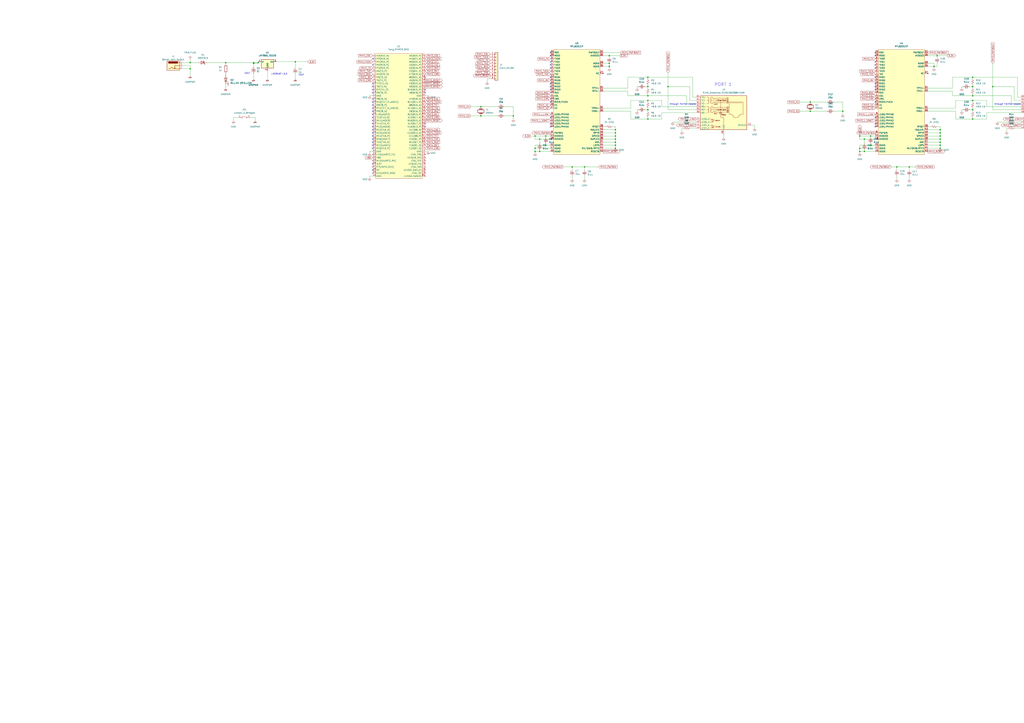
<source format=kicad_sch>
(kicad_sch (version 20211123) (generator eeschema)
  (paper "A1")
  (lib_symbols
    (symbol "Connector:Barrel_Jack_Switch" (pin_names hide)
      (property "Reference" "J" (at 0 5.334 0))
      (property "Value" "Barrel_Jack_Switch" (at 0 -5.08 0))
      (symbol "Barrel_Jack_Switch_1_1"
        (pin passive line (at 7.62 2.54 180) (length 2.54) (name "~") (number "1"))
        (pin passive line (at 7.62 -2.54 180) (length 2.54) (name "~") (number "2"))
        (pin passive line (at 7.62 0 180) (length 2.54) (name "~") (number "3"))
      )
    )
    (symbol "Connector:RJ45_Amphenol_RJMG1BD3B8K1ANR"
      (property "Reference" "J" (at 19.05 15.24 0))
      (property "Value" "RJ45_Amphenol_RJMG1BD3B8K1ANR" (at -19.05 15.24 0))
      (symbol "RJ45_Amphenol_RJMG1BD3B8K1ANR_0_0"
        (text "1000pF" (at 0 -1.651 0) (effects (font (size 0.762 0.762))))
        (text "75" (at -4.445 2.54 0) (effects (font (size 0.762 0.762))))
        (text "75" (at -4.445 10.16 0) (effects (font (size 0.762 0.762))))
        (text "75" (at -0.635 2.54 0) (effects (font (size 0.762 0.762))))
        (text "75" (at -0.635 10.16 0) (effects (font (size 0.762 0.762))))
        (text "C1" (at 3.175 12.065 0) (effects (font (size 0.889 0.889))))
        (text "C2" (at 3.175 8.255 0) (effects (font (size 0.889 0.889))))
        (text "C3" (at 3.175 4.445 0) (effects (font (size 0.889 0.889))))
        (text "C4" (at 3.175 10.795 0) (effects (font (size 0.889 0.889))))
        (text "C5" (at 3.175 9.525 0) (effects (font (size 0.889 0.889))))
        (text "C6" (at 3.175 0.635 0) (effects (font (size 0.889 0.889))))
        (text "C7" (at 3.175 3.175 0) (effects (font (size 0.889 0.889))))
        (text "C8" (at 3.175 1.905 0) (effects (font (size 0.889 0.889))))
        (text "GREEN" (at -6.985 -6.35 0) (effects (font (size 0.762 0.762)) (justify left)))
        (text "RCV" (at -8.255 -0.635 0) (effects (font (size 1.016 1.016)) (justify left)))
        (text "XMIT" (at -8.255 6.985 0) (effects (font (size 1.016 1.016)) (justify left)))
        (text "YELLOW" (at -6.985 -11.43 0) (effects (font (size 0.762 0.762)) (justify left)))
      )
      (symbol "RJ45_Amphenol_RJMG1BD3B8K1ANR_1_1"
        (pin passive line (at 22.86 -10.16 180) (length 3.81) (name "SHIELD") (number "13"))
        (pin passive line (at -22.86 -10.16 0) (length 3.81) (name "LEDY_A") (number "L1"))
        (pin passive line (at -22.86 -12.7 0) (length 3.81) (name "LEDY_K") (number "L2"))
        (pin passive line (at -22.86 -7.62 0) (length 3.81) (name "LEDG_K") (number "L3"))
        (pin passive line (at -22.86 -5.08 0) (length 3.81) (name "LEDG_A") (number "L4"))
        (pin passive line (at -22.86 12.7 0) (length 3.81) (name "TD+") (number "R1"))
        (pin passive line (at -22.86 7.62 0) (length 3.81) (name "TD-") (number "R2"))
        (pin passive line (at -22.86 5.08 0) (length 3.81) (name "RD+") (number "R3"))
        (pin passive line (at -22.86 10.16 0) (length 3.81) (name "TCT") (number "R4"))
        (pin passive line (at -22.86 2.54 0) (length 3.81) (name "RCT") (number "R5"))
        (pin passive line (at -22.86 0 0) (length 3.81) (name "RD-") (number "R6"))
        (pin no_connect line (at 5.08 -5.08 0) (length 0) hide (name "NC") (number "R7"))
        (pin power_in line (at 0 -17.78 90) (length 3.81) (name "GND") (number "R8"))
      )
    )
    (symbol "Connector_Generic:Conn_01x09" (pin_names (offset 1.016) hide)
      (property "Reference" "J" (at 0 12.7 0))
      (property "Value" "Conn_01x09" (at 0 -12.7 0))
      (symbol "Conn_01x09_1_1"
        (pin passive line (at -5.08 10.16 0) (length 3.81) (name "Pin_1") (number "1"))
        (pin passive line (at -5.08 7.62 0) (length 3.81) (name "Pin_2") (number "2"))
        (pin passive line (at -5.08 5.08 0) (length 3.81) (name "Pin_3") (number "3"))
        (pin passive line (at -5.08 2.54 0) (length 3.81) (name "Pin_4") (number "4"))
        (pin passive line (at -5.08 0 0) (length 3.81) (name "Pin_5") (number "5"))
        (pin passive line (at -5.08 -2.54 0) (length 3.81) (name "Pin_6") (number "6"))
        (pin passive line (at -5.08 -5.08 0) (length 3.81) (name "Pin_7") (number "7"))
        (pin passive line (at -5.08 -7.62 0) (length 3.81) (name "Pin_8") (number "8"))
        (pin passive line (at -5.08 -10.16 0) (length 3.81) (name "Pin_9") (number "9"))
      )
    )
    (symbol "Device:C_Polarized_Small_US" (pin_numbers hide) (pin_names (offset 0.254) hide)
      (property "Reference" "C" (at 0.254 1.778 0))
      (property "Value" "C_Polarized_Small_US" (at 0.254 -2.032 0))
      (symbol "C_Polarized_Small_US_1_1"
        (pin passive line (at 0 2.54 270) (length 2.032) (name "~") (number "1"))
        (pin passive line (at 0 -2.54 90) (length 2.032) (name "~") (number "2"))
      )
    )
    (symbol "Device:C_Small" (pin_numbers hide) (pin_names (offset 0.254) hide)
      (property "Reference" "C" (at 0.254 1.778 0))
      (property "Value" "C_Small" (at 0.254 -2.032 0))
      (symbol "C_Small_1_1"
        (pin passive line (at 0 2.54 270) (length 2.032) (name "~") (number "1"))
        (pin passive line (at 0 -2.54 90) (length 2.032) (name "~") (number "2"))
      )
    )
    (symbol "Device:Crystal" (pin_numbers hide) (pin_names (offset 1.016) hide)
      (property "Reference" "Y" (at 0 3.81 0))
      (property "Value" "Crystal" (at 0 -3.81 0))
      (symbol "Crystal_1_1"
        (pin passive line (at -3.81 0 0) (length 1.27) (name "1") (number "1"))
        (pin passive line (at 3.81 0 180) (length 1.27) (name "2") (number "2"))
      )
    )
    (symbol "Device:D_Schottky" (pin_numbers hide) (pin_names (offset 1.016) hide)
      (property "Reference" "D" (at 0 2.54 0))
      (property "Value" "D_Schottky" (at 0 -2.54 0))
      (symbol "D_Schottky_1_1"
        (pin passive line (at -3.81 0 0) (length 2.54) (name "K") (number "1"))
        (pin passive line (at 3.81 0 180) (length 2.54) (name "A") (number "2"))
      )
    )
    (symbol "Device:LED" (pin_numbers hide) (pin_names (offset 1.016) hide)
      (property "Reference" "D" (at 0 2.54 0))
      (property "Value" "LED" (at 0 -2.54 0))
      (symbol "LED_1_1"
        (pin passive line (at -3.81 0 0) (length 2.54) (name "K") (number "1"))
        (pin passive line (at 3.81 0 180) (length 2.54) (name "A") (number "2"))
      )
    )
    (symbol "Device:R" (pin_numbers hide) (pin_names (offset 0))
      (property "Reference" "R" (at 2.032 0 90))
      (property "Value" "R" (at 0 0 90))
      (symbol "R_1_1"
        (pin passive line (at 0 3.81 270) (length 1.27) (name "~") (number "1"))
        (pin passive line (at 0 -3.81 90) (length 1.27) (name "~") (number "2"))
      )
    )
    (symbol "Device:R_Small_US" (pin_numbers hide) (pin_names (offset 0.254) hide)
      (property "Reference" "R" (at 0.762 0.508 0))
      (property "Value" "R_Small_US" (at 0.762 -1.016 0))
      (symbol "R_Small_US_1_1"
        (pin passive line (at 0 2.54 270) (length 1.016) (name "~") (number "1"))
        (pin passive line (at 0 -2.54 90) (length 1.016) (name "~") (number "2"))
      )
    )
    (symbol "FPGA_eval:Tang_PriMER_SMD"
      (property "Reference" "U" (at -1.905 50.8 0))
      (property "Value" "Tang_PriMER_SMD" (at -0.635 48.26 0))
      (symbol "Tang_PriMER_SMD_1_1"
        (pin bidirectional line (at -21.59 44.45 0) (length 2.54) (name "N3(R22_N)") (number "1"))
        (pin bidirectional line (at -21.59 21.59 0) (length 2.54) (name "T7(T11_N)") (number "10"))
        (pin bidirectional line (at -21.59 19.05 0) (length 2.54) (name "T6(T2_N)") (number "11"))
        (pin bidirectional line (at -21.59 16.51 0) (length 2.54) (name "R7(T11_P)") (number "12"))
        (pin bidirectional line (at -21.59 13.97 0) (length 2.54) (name "R5(T6_P)") (number "13"))
        (pin power_in line (at -21.59 11.43 0) (length 2.54) (name "GND") (number "14"))
        (pin bidirectional line (at -21.59 8.89 0) (length 2.54) (name "P8(T6_N)") (number "15"))
        (pin bidirectional line (at -21.59 6.35 0) (length 2.54) (name "M10(T17_P_zADC1)") (number "16"))
        (pin bidirectional line (at -21.59 3.81 0) (length 2.54) (name "R9(T8_P)") (number "17"))
        (pin bidirectional line (at -21.59 1.27 0) (length 2.54) (name "P11(T17_N_zADC3)") (number "18"))
        (pin bidirectional line (at -21.59 -1.27 0) (length 2.54) (name "P9(T8_N)") (number "19"))
        (pin bidirectional line (at -21.59 41.91 0) (length 2.54) (name "P2(R19_N)") (number "2"))
        (pin bidirectional line (at -21.59 -3.81 0) (length 2.54) (name "L10(zADC2)") (number "20"))
        (pin bidirectional line (at -21.59 -6.35 0) (length 2.54) (name "T13(T13_N)") (number "21"))
        (pin bidirectional line (at -21.59 -8.89 0) (length 2.54) (name "N11(zADC0)") (number "22"))
        (pin bidirectional line (at -21.59 -11.43 0) (length 2.54) (name "T14(T13_P)") (number "23"))
        (pin bidirectional line (at -21.59 -13.97 0) (length 2.54) (name "P12(zADC6)") (number "24"))
        (pin bidirectional line (at -21.59 -16.51 0) (length 2.54) (name "R12(T16_N)") (number "25"))
        (pin bidirectional line (at -21.59 -19.05 0) (length 2.54) (name "N12(zADC5)") (number "26"))
        (pin bidirectional line (at -21.59 -21.59 0) (length 2.54) (name "R14(T16_P)") (number "27"))
        (pin bidirectional line (at -21.59 -24.13 0) (length 2.54) (name "R16(zADC7)") (number "28"))
        (pin bidirectional line (at -21.59 -26.67 0) (length 2.54) (name "T15(T15_N)") (number "29"))
        (pin bidirectional line (at -21.59 39.37 0) (length 2.54) (name "M4(R22_P)") (number "3"))
        (pin bidirectional line (at -21.59 -29.21 0) (length 2.54) (name "M12(zADC4)") (number "30"))
        (pin bidirectional line (at -21.59 -31.75 0) (length 2.54) (name "R15(T15_P)") (number "31"))
        (pin power_in line (at -21.59 -34.29 0) (length 2.54) (name "GND") (number "32"))
        (pin no_connect line (at -21.59 -36.83 0) (length 2.54) (name "L13(zUART2_TX)") (number "33"))
        (pin bidirectional line (at -21.59 -39.37 0) (length 2.54) (name "VB0") (number "34"))
        (pin no_connect line (at -21.59 -41.91 0) (length 2.54) (name "M13(zUART2_RX)") (number "35"))
        (pin power_out line (at -21.59 -44.45 0) (length 2.54) (name "3.3V") (number "36"))
        (pin no_connect line (at -21.59 -46.99 0) (length 2.54) (name "P7(zSPI2_SCK)") (number "37"))
        (pin power_out line (at -21.59 -49.53 0) (length 2.54) (name "5V") (number "38"))
        (pin no_connect line (at -21.59 -52.07 0) (length 2.54) (name "K11(zSPI2_NSS)") (number "39"))
        (pin bidirectional line (at -21.59 36.83 0) (length 2.54) (name "R2(R19_P)") (number "4"))
        (pin power_in line (at -21.59 -54.61 0) (length 2.54) (name "GND") (number "40"))
        (pin bidirectional line (at 21.59 44.45 180) (length 2.54) (name "D5(B25_P)") (number "41"))
        (pin bidirectional line (at 21.59 41.91 180) (length 2.54) (name "A4(B24_N)") (number "42"))
        (pin bidirectional line (at 21.59 39.37 180) (length 2.54) (name "D6(B25_N)") (number "43"))
        (pin bidirectional line (at 21.59 36.83 180) (length 2.54) (name "A3(B24_P)") (number "44"))
        (pin bidirectional line (at 21.59 34.29 180) (length 2.54) (name "C6(B19_P)") (number "45"))
        (pin bidirectional line (at 21.59 31.75 180) (length 2.54) (name "C5(B21_P)") (number "46"))
        (pin bidirectional line (at 21.59 29.21 180) (length 2.54) (name "C7(B19_N)") (number "47"))
        (pin bidirectional line (at 21.59 26.67 180) (length 2.54) (name "B6(B21_N)") (number "48"))
        (pin bidirectional line (at 21.59 24.13 180) (length 2.54) (name "A5(B20_P)") (number "49"))
        (pin bidirectional line (at -21.59 34.29 0) (length 2.54) (name "P4(R23_P)") (number "5"))
        (pin bidirectional line (at 21.59 21.59 180) (length 2.54) (name "C9(B10_N)") (number "50"))
        (pin bidirectional line (at 21.59 19.05 180) (length 2.54) (name "A6(B20_N)") (number "51"))
        (pin bidirectional line (at 21.59 16.51 180) (length 2.54) (name "B10(B10_P)") (number "52"))
        (pin bidirectional line (at 21.59 13.97 180) (length 2.54) (name "A8(B18_P)") (number "53"))
        (pin power_in line (at 21.59 11.43 180) (length 2.54) (name "GND") (number "54"))
        (pin bidirectional line (at 21.59 8.89 180) (length 2.54) (name "A7(B18_N)") (number "55"))
        (pin bidirectional line (at 21.59 6.35 180) (length 2.54) (name "B14(B14_P)") (number "56"))
        (pin bidirectional line (at 21.59 3.81 180) (length 2.54) (name "B8(B16_N)") (number "57"))
        (pin bidirectional line (at 21.59 1.27 180) (length 2.54) (name "A14(B14_N)") (number "58"))
        (pin bidirectional line (at 21.59 -1.27 180) (length 2.54) (name "C8(B16_P)") (number "59"))
        (pin bidirectional line (at -21.59 31.75 0) (length 2.54) (name "N5(T3_P)") (number "6"))
        (pin bidirectional line (at 21.59 -3.81 180) (length 2.54) (name "B15(B15_P)") (number "60"))
        (pin bidirectional line (at 21.59 -6.35 180) (length 2.54) (name "A12(B17_N)") (number "61"))
        (pin bidirectional line (at 21.59 -8.89 180) (length 2.54) (name "B16(B15_N)") (number "62"))
        (pin bidirectional line (at 21.59 -11.43 180) (length 2.54) (name "A13(B17_P)") (number "63"))
        (pin bidirectional line (at 21.59 -13.97 180) (length 2.54) (name "C16(B13_P)") (number "64"))
        (pin bidirectional line (at 21.59 -16.51 180) (length 2.54) (name "A11(B8_N)") (number "65"))
        (pin bidirectional line (at 21.59 -19.05 180) (length 2.54) (name "C15(B13_N)") (number "66"))
        (pin bidirectional line (at 21.59 -21.59 180) (length 2.54) (name "C11(B8_P)") (number "67"))
        (pin bidirectional line (at 21.59 -24.13 180) (length 2.54) (name "E16(B1_P)") (number "68"))
        (pin bidirectional line (at 21.59 -26.67 180) (length 2.54) (name "B12(B7_P)") (number "69"))
        (pin bidirectional line (at -21.59 29.21 0) (length 2.54) (name "N4(R23_N)") (number "7"))
        (pin bidirectional line (at 21.59 -29.21 180) (length 2.54) (name "F16(B1_N)") (number "70"))
        (pin bidirectional line (at 21.59 -31.75 180) (length 2.54) (name "C10(B7_N)") (number "71"))
        (pin power_in line (at 21.59 -34.29 180) (length 2.54) (name "GND") (number "72"))
        (pin no_connect line (at 21.59 -36.83 180) (length 2.54) (name "JTAG_TMS") (number "73"))
        (pin no_connect line (at 21.59 -39.37 180) (length 2.54) (name "H13(U0_RX)") (number "74"))
        (pin no_connect line (at 21.59 -41.91 180) (length 2.54) (name "JTAG_TCK") (number "75"))
        (pin no_connect line (at 21.59 -44.45 180) (length 2.54) (name "J13(U0_TX)") (number "76"))
        (pin no_connect line (at 21.59 -46.99 180) (length 2.54) (name "JTAG_TDO") (number "77"))
        (pin no_connect line (at 21.59 -49.53 180) (length 2.54) (name "J11(GD_SWCLK)") (number "78"))
        (pin no_connect line (at 21.59 -52.07 180) (length 2.54) (name "JTAG_TDI") (number "79"))
        (pin bidirectional line (at -21.59 26.67 0) (length 2.54) (name "P5(T3_N)") (number "8"))
        (pin no_connect line (at 21.59 -54.61 180) (length 2.54) (name "L12(GD_SWDIO)") (number "80"))
        (pin bidirectional line (at -21.59 24.13 0) (length 2.54) (name "T5(T2_P)") (number "9"))
      )
    )
    (symbol "Jumper:Jumper_2_Bridged" (pin_names (offset 0) hide)
      (property "Reference" "JP" (at 0 1.905 0))
      (property "Value" "Jumper_2_Bridged" (at 0 -2.54 0))
      (symbol "Jumper_2_Bridged_1_1"
        (pin passive line (at -5.08 0 0) (length 2.54) (name "A") (number "1"))
        (pin passive line (at 5.08 0 180) (length 2.54) (name "B") (number "2"))
      )
    )
    (symbol "My_Library:RTL8201CP"
      (property "Reference" "U?" (at 19.05 5.08 0))
      (property "Value" "RTL8201CP" (at 19.05 2.54 0))
      (symbol "RTL8201CP_1_1"
        (pin input line (at -2.54 -38.1 0) (length 2.54) (name "COL") (number "1"))
        (pin input line (at -2.54 -55.88 0) (length 2.54) (name "LED1/PHYA1") (number "10"))
        (pin input line (at -2.54 -78.74 0) (length 2.54) (name "DGND") (number "11"))
        (pin input line (at -2.54 -58.42 0) (length 2.54) (name "LED2/PHYA2") (number "12"))
        (pin input line (at -2.54 -60.96 0) (length 2.54) (name "LED3/PHYA3") (number "13"))
        (pin power_in line (at -2.54 -71.12 0) (length 2.54) (name "DVDD33") (number "14"))
        (pin input line (at -2.54 -63.5 0) (length 2.54) (name "LED4/PHYA4") (number "15"))
        (pin input line (at -2.54 -35.56 0) (length 2.54) (name "RXC") (number "16"))
        (pin input line (at -2.54 -81.28 0) (length 2.54) (name "DGND") (number "17"))
        (pin input line (at -2.54 -33.02 0) (length 2.54) (name "RXD3") (number "18"))
        (pin input line (at -2.54 -30.48 0) (length 2.54) (name "RXD2") (number "19"))
        (pin input line (at -2.54 -17.78 0) (length 2.54) (name "TXEN") (number "2"))
        (pin input line (at -2.54 -27.94 0) (length 2.54) (name "RXD1") (number "20"))
        (pin input line (at -2.54 -25.4 0) (length 2.54) (name "RXD0") (number "21"))
        (pin input line (at -2.54 -22.86 0) (length 2.54) (name "RXDV") (number "22"))
        (pin input line (at -2.54 -40.64 0) (length 2.54) (name "CRS") (number "23"))
        (pin input line (at -2.54 -43.18 0) (length 2.54) (name "RXER/FXEN") (number "24"))
        (pin input line (at -2.54 -2.54 0) (length 2.54) (name "MDC") (number "25"))
        (pin input line (at -2.54 -5.08 0) (length 2.54) (name "MDIO") (number "26"))
        (pin no_connect line (at 40.64 -19.685 180) (length 2.54) (name "NC") (number "27"))
        (pin input line (at 40.64 -63.5 180) (length 2.54) (name "RTSET") (number "28"))
        (pin input line (at 40.64 -11.43 180) (length 2.54) (name "AGND") (number "29"))
        (pin input line (at -2.54 -15.24 0) (length 2.54) (name "TXD3") (number "3"))
        (pin input line (at 40.64 -50.8 180) (length 2.54) (name "TPRX-") (number "30"))
        (pin input line (at 40.64 -48.26 180) (length 2.54) (name "TPRX+") (number "31"))
        (pin input line (at 40.64 -2.54 180) (length 2.54) (name "PWFBOUT") (number "32"))
        (pin output line (at 40.64 -34.29 180) (length 2.54) (name "TPTX-") (number "33"))
        (pin output line (at 40.64 -31.75 180) (length 2.54) (name "TPTX+") (number "34"))
        (pin input line (at 40.64 -13.97 180) (length 2.54) (name "AGND") (number "35"))
        (pin power_in line (at 40.64 -5.08 180) (length 2.54) (name "AVDD33") (number "36"))
        (pin input line (at 40.64 -76.2 180) (length 2.54) (name "ANE") (number "37"))
        (pin input line (at 40.64 -73.66 180) (length 2.54) (name "DUPLEX") (number "38"))
        (pin input line (at 40.64 -71.12 180) (length 2.54) (name "SPEED") (number "39"))
        (pin input line (at -2.54 -12.7 0) (length 2.54) (name "TXD2") (number "4"))
        (pin input line (at 40.64 -68.58 180) (length 2.54) (name "RPTR") (number "40"))
        (pin input line (at 40.64 -78.74 180) (length 2.54) (name "LDPS") (number "41"))
        (pin input line (at 40.64 -83.82 180) (length 2.54) (name "RESETB") (number "42"))
        (pin input line (at 40.64 -66.04 180) (length 2.54) (name "ISOLATE") (number "43"))
        (pin input line (at 40.64 -81.28 180) (length 2.54) (name "MII/SNIB/RTT3") (number "44"))
        (pin input line (at -2.54 -83.82 0) (length 2.54) (name "DGND") (number "45"))
        (pin input line (at -2.54 -45.72 0) (length 2.54) (name "X1") (number "46"))
        (pin input line (at -2.54 -48.26 0) (length 2.54) (name "X2") (number "47"))
        (pin power_in line (at -2.54 -73.66 0) (length 2.54) (name "DVDD33") (number "48"))
        (pin input line (at -2.54 -10.16 0) (length 2.54) (name "TXD1") (number "5"))
        (pin input line (at -2.54 -7.62 0) (length 2.54) (name "TXD0") (number "6"))
        (pin input line (at -2.54 -20.32 0) (length 2.54) (name "TXC") (number "7"))
        (pin input line (at -2.54 -68.58 0) (length 2.54) (name "PWFBIN") (number "8"))
        (pin input line (at -2.54 -53.34 0) (length 2.54) (name "LED0/PHYA0") (number "9"))
      )
    )
    (symbol "Regulator_Linear:LM7805_TO220" (pin_names (offset 0.254))
      (property "Reference" "U" (at -3.81 3.175 0))
      (property "Value" "LM7805_TO220" (at 0 3.175 0))
      (symbol "LM7805_TO220_1_1"
        (pin power_in line (at -7.62 0 0) (length 2.54) (name "VI") (number "1"))
        (pin power_in line (at 0 -7.62 90) (length 2.54) (name "GND") (number "2"))
        (pin power_out line (at 7.62 0 180) (length 2.54) (name "VO") (number "3"))
      )
    )
    (symbol "power:GND" (power) (pin_names (offset 0))
      (property "Value" "GND" (at 0 -3.81 0))
      (symbol "GND_1_1"
        (pin power_in line (at 0 0 270) (length 0) hide (name "GND") (number "1"))
      )
    )
    (symbol "power:GNDPWR" (power) (pin_names (offset 0))
      (property "Value" "GNDPWR" (at 0 -3.302 0))
      (symbol "GNDPWR_1_1"
        (pin power_in line (at 0 0 270) (length 0) hide (name "GNDPWR") (number "1"))
      )
    )
    (symbol "power:PWR_FLAG" (power) (pin_numbers hide) (pin_names (offset 0) hide)
      (property "Value" "PWR_FLAG" (at 0 3.81 0))
      (symbol "PWR_FLAG_0_0"
        (pin power_out line (at 0 0 90) (length 0) (name "pwr") (number "1"))
      )
    )
  )
  (junction (at 772.16 114.3))
  (junction (at 505.46 111.76))
  (junction (at 970.28 129.54))
  (junction (at 772.16 116.84))
  (junction (at 208.28 52.07))
  (junction (at 1234.44 99.06))
  (junction (at 1031.24 59.69))
  (junction (at 706.12 111.76))
  (junction (at 1062.99 76.2))
  (junction (at 1033.78 50.8))
  (junction (at 1240.79 119.38))
  (junction (at 439.42 124.46))
  (junction (at 156.21 51.435))
  (junction (at 1306.83 116.84))
  (junction (at 715.01 111.76))
  (junction (at 185.42 51.435))
  (junction (at 1244.6 121.92))
  (junction (at 1306.83 114.3))
  (junction (at 1062.99 95.25))
  (junction (at 1333.5 78.74))
  (junction (at 970.28 127))
  (junction (at 798.83 82.55))
  (junction (at 480.06 137.16))
  (junction (at 706.12 124.46))
  (junction (at 798.83 63.5))
  (junction (at 532.13 97.79))
  (junction (at 500.38 45.72))
  (junction (at 448.31 119.38))
  (junction (at 1010.92 142.24))
  (junction (at 421.64 95.25))
  (junction (at 937.26 96.52))
  (junction (at 532.13 78.74))
  (junction (at 1244.6 132.08))
  (junction (at 1207.77 99.06))
  (junction (at 709.93 114.3))
  (junction (at 1240.79 132.08))
  (junction (at 798.83 71.12))
  (junction (at 706.12 121.92))
  (junction (at 1036.32 124.46))
  (junction (at 665.48 83.82))
  (junction (at 709.93 124.46))
  (junction (at 1333.5 105.41))
  (junction (at 505.46 116.84))
  (junction (at 1079.5 76.2))
  (junction (at 1036.32 119.38))
  (junction (at 736.6 137.16))
  (junction (at 974.09 129.54))
  (junction (at 1306.83 129.54))
  (junction (at 1306.83 121.92))
  (junction (at 505.46 106.68))
  (junction (at 1036.32 114.3))
  (junction (at 772.16 111.76))
  (junction (at 1271.27 144.78))
  (junction (at 505.46 114.3))
  (junction (at 1062.99 87.63))
  (junction (at 1207.77 91.44))
  (junction (at 979.17 116.84))
  (junction (at 208.28 51.435))
  (junction (at 1036.32 116.84))
  (junction (at 815.34 71.12))
  (junction (at 394.97 95.25))
  (junction (at 532.13 90.17))
  (junction (at 970.28 116.84))
  (junction (at 1062.99 68.58))
  (junction (at 394.97 87.63))
  (junction (at 963.93 96.52))
  (junction (at 505.46 121.92))
  (junction (at 439.42 111.76))
  (junction (at 1306.83 127))
  (junction (at 979.17 124.46))
  (junction (at 974.09 119.38))
  (junction (at 1350.01 78.74))
  (junction (at 469.9 137.16))
  (junction (at 443.23 114.3))
  (junction (at 772.16 109.22))
  (junction (at 1249.68 127))
  (junction (at 1333.5 97.79))
  (junction (at 1036.32 111.76))
  (junction (at 1333.5 90.17))
  (junction (at 548.64 71.12))
  (junction (at 665.48 91.44))
  (junction (at 532.13 63.5))
  (junction (at 443.23 124.46))
  (junction (at 1306.83 119.38))
  (junction (at 448.31 111.76))
  (junction (at 937.26 88.9))
  (junction (at 1304.29 53.34))
  (junction (at 798.83 78.74))
  (junction (at 772.16 106.68))
  (junction (at 1036.32 121.92))
  (junction (at 1240.79 129.54))
  (junction (at 1000.76 142.24))
  (junction (at 505.46 119.38))
  (junction (at 1036.32 127))
  (junction (at 769.62 45.72))
  (junction (at 505.46 109.22))
  (junction (at 772.16 121.92))
  (junction (at 746.76 137.16))
  (junction (at 1281.43 144.78))
  (junction (at 532.13 71.12))
  (junction (at 532.13 82.55))
  (junction (at 1062.99 102.87))
  (junction (at 500.38 52.07))
  (junction (at 692.15 91.44))
  (junction (at 1306.83 124.46))
  (junction (at 1301.75 62.23))
  (junction (at 156.21 56.515))
  (junction (at 772.16 119.38))
  (junction (at 212.09 51.435))
  (junction (at 798.83 97.79))
  (junction (at 1249.68 119.38))
  (junction (at 500.38 54.61))
  (junction (at 439.42 121.92))
  (junction (at 715.01 119.38))
  (junction (at 1333.5 71.12))
  (junction (at 798.83 90.17))
  (junction (at 1333.5 86.36))
  (junction (at 242.57 50.8))
  (junction (at 1062.99 83.82))
  (junction (at 767.08 54.61))
  (no_connect (at 452.12 45.72))
  (no_connect (at 452.12 43.18))
  (no_connect (at 1253.49 109.22))
  (no_connect (at 306.07 116.84))
  (no_connect (at 718.82 83.82))
  (no_connect (at 306.07 76.2))
  (no_connect (at 306.07 99.06))
  (no_connect (at 718.82 101.6))
  (no_connect (at 718.82 104.14))
  (no_connect (at 718.82 96.52))
  (no_connect (at 1253.49 81.28))
  (no_connect (at 1253.49 78.74))
  (no_connect (at 306.07 139.7))
  (no_connect (at 306.07 134.62))
  (no_connect (at 452.12 50.8))
  (no_connect (at 452.12 53.34))
  (no_connect (at 306.07 68.58))
  (no_connect (at 982.98 55.88))
  (no_connect (at 306.07 71.12))
  (no_connect (at 982.98 50.8))
  (no_connect (at 718.82 71.12))
  (no_connect (at 718.82 43.18))
  (no_connect (at 718.82 45.72))
  (no_connect (at 1253.49 63.5))
  (no_connect (at 349.25 76.2))
  (no_connect (at 1253.49 53.34))
  (no_connect (at 306.07 121.92))
  (no_connect (at 1253.49 71.12))
  (no_connect (at 1253.49 111.76))
  (no_connect (at 306.07 109.22))
  (no_connect (at 306.07 111.76))
  (no_connect (at 452.12 96.52))
  (no_connect (at 452.12 101.6))
  (no_connect (at 452.12 104.14))
  (no_connect (at 982.98 68.58))
  (no_connect (at 1253.49 60.96))
  (no_connect (at 306.07 48.26))
  (no_connect (at 982.98 58.42))
  (no_connect (at 718.82 73.66))
  (no_connect (at 1253.49 76.2))
  (no_connect (at 982.98 109.22))
  (no_connect (at 452.12 71.12))
  (no_connect (at 452.12 73.66))
  (no_connect (at 452.12 55.88))
  (no_connect (at 452.12 63.5))
  (no_connect (at 452.12 68.58))
  (no_connect (at 306.07 101.6))
  (no_connect (at 349.25 63.5))
  (no_connect (at 982.98 76.2))
  (no_connect (at 982.98 60.96))
  (no_connect (at 982.98 106.68))
  (no_connect (at 306.07 104.14))
  (no_connect (at 982.98 101.6))
  (no_connect (at 349.25 101.6))
  (no_connect (at 306.07 73.66))
  (no_connect (at 982.98 48.26))
  (no_connect (at 718.82 68.58))
  (no_connect (at 349.25 73.66))
  (no_connect (at 982.98 88.9))
  (no_connect (at 306.07 53.34))
  (no_connect (at 718.82 50.8))
  (no_connect (at 306.07 119.38))
  (no_connect (at 306.07 106.68))
  (no_connect (at 982.98 78.74))
  (no_connect (at 718.82 55.88))
  (no_connect (at 306.07 81.28))
  (no_connect (at 306.07 83.82))
  (no_connect (at 306.07 86.36))
  (no_connect (at 306.07 88.9))
  (no_connect (at 306.07 91.44))
  (no_connect (at 306.07 96.52))
  (no_connect (at 306.07 93.98))
  (no_connect (at 1253.49 50.8))
  (no_connect (at 306.07 114.3))
  (no_connect (at 1253.49 58.42))
  (no_connect (at 718.82 63.5))
  (no_connect (at 1253.49 91.44))
  (no_connect (at 452.12 83.82))
  (no_connect (at 349.25 104.14))
  (no_connect (at 718.82 53.34))
  (no_connect (at 1253.49 104.14))
  (no_connect (at 982.98 73.66))
  (wire (pts (xy 303.53 125.73) (xy 303.53 124.46)))
  (wire (pts (xy 1353.82 107.95) (xy 1362.71 107.95)))
  (wire (pts (xy 529.59 90.17) (xy 532.13 90.17)))
  (wire (pts (xy 886.46 102.87) (xy 883.92 102.87)))
  (wire (pts (xy 1079.5 95.25) (xy 1102.36 95.25)))
  (wire (pts (xy 970.28 114.3) (xy 970.28 116.84)))
  (wire (pts (xy 1026.16 109.22) (xy 1028.7 109.22)))
  (wire (pts (xy 505.46 114.3) (xy 505.46 116.84)))
  (wire (pts (xy 706.12 121.92) (xy 706.12 124.46)))
  (wire (pts (xy 1333.5 85.09) (xy 1333.5 86.36)))
  (wire (pts (xy 798.83 96.52) (xy 798.83 97.79)))
  (wire (pts (xy 1330.96 78.74) (xy 1333.5 78.74)))
  (wire (pts (xy 762 106.68) (xy 772.16 106.68)))
  (wire (pts (xy 1367.79 107.95) (xy 1372.87 107.95)))
  (wire (pts (xy 772.16 114.3) (xy 772.16 116.84)))
  (wire (pts (xy 443.23 123.19) (xy 443.23 124.46)))
  (wire (pts (xy 1240.79 132.08) (xy 1240.79 133.35)))
  (wire (pts (xy 1372.87 87.63) (xy 1370.33 87.63)))
  (wire (pts (xy 736.6 144.78) (xy 736.6 147.32)))
  (wire (pts (xy 1421.13 113.03) (xy 1421.13 110.49)))
  (wire (pts (xy 1350.01 97.79) (xy 1372.87 97.79)))
  (wire (pts (xy 1306.83 121.92) (xy 1306.83 124.46)))
  (wire (pts (xy 1306.83 129.54) (xy 1306.83 127)))
  (wire (pts (xy 1240.79 116.84) (xy 1240.79 119.38)))
  (wire (pts (xy 1062.99 95.25) (xy 1062.99 96.52)))
  (wire (pts (xy 439.42 124.46) (xy 439.42 125.73)))
  (wire (pts (xy 1253.49 121.92) (xy 1244.6 121.92)))
  (wire (pts (xy 532.13 63.5) (xy 568.96 63.5)))
  (wire (pts (xy 495.3 91.44) (xy 518.16 91.44)))
  (wire (pts (xy 524.51 71.12) (xy 523.24 71.12)))
  (wire (pts (xy 1062.99 69.85) (xy 1062.99 68.58)))
  (wire (pts (xy 1033.78 50.8) (xy 1042.67 50.8)))
  (wire (pts (xy 500.38 45.72) (xy 500.38 46.99)))
  (wire (pts (xy 448.31 111.76) (xy 439.42 111.76)))
  (wire (pts (xy 156.21 56.515) (xy 156.21 62.23)))
  (wire (pts (xy 495.3 116.84) (xy 505.46 116.84)))
  (wire (pts (xy 1226.82 91.44) (xy 1234.44 91.44)))
  (wire (pts (xy 1097.28 87.63) (xy 1097.28 76.2)))
  (wire (pts (xy 886.46 105.41) (xy 886.46 102.87)))
  (wire (pts (xy 351.79 124.46) (xy 349.25 124.46)))
  (wire (pts (xy 769.62 52.07) (xy 769.62 54.61)))
  (wire (pts (xy 185.42 51.435) (xy 208.28 51.435)))
  (wire (pts (xy 1306.83 116.84) (xy 1306.83 119.38)))
  (wire (pts (xy 1062.99 88.9) (xy 1062.99 87.63)))
  (wire (pts (xy 1033.78 57.15) (xy 1033.78 59.69)))
  (wire (pts (xy 1333.5 104.14) (xy 1333.5 105.41)))
  (wire (pts (xy 815.34 71.12) (xy 815.34 90.17)))
  (wire (pts (xy 518.16 91.44) (xy 518.16 97.79)))
  (wire (pts (xy 772.16 121.92) (xy 772.16 119.38)))
  (wire (pts (xy 1333.5 72.39) (xy 1333.5 71.12)))
  (wire (pts (xy 830.58 85.09) (xy 838.2 85.09)))
  (wire (pts (xy 1083.31 105.41) (xy 1092.2 105.41)))
  (wire (pts (xy 219.71 58.42) (xy 219.71 64.77)))
  (wire (pts (xy 791.21 71.12) (xy 789.94 71.12)))
  (wire (pts (xy 1074.42 97.79) (xy 1074.42 102.87)))
  (wire (pts (xy 1026.16 93.98) (xy 1049.02 93.98)))
  (wire (pts (xy 532.13 71.12) (xy 532.13 72.39)))
  (wire (pts (xy 798.83 78.74) (xy 830.58 78.74)))
  (wire (pts (xy 746.76 144.78) (xy 746.76 147.32)))
  (wire (pts (xy 1372.87 90.17) (xy 1367.79 90.17)))
  (wire (pts (xy 798.83 64.77) (xy 798.83 63.5)))
  (wire (pts (xy 1234.44 99.06) (xy 1234.44 101.6)))
  (wire (pts (xy 208.28 52.07) (xy 208.28 55.245)))
  (wire (pts (xy 979.17 123.19) (xy 979.17 124.46)))
  (wire (pts (xy 439.42 114.3) (xy 439.42 111.76)))
  (wire (pts (xy 400.05 67.31) (xy 400.05 64.77)))
  (wire (pts (xy 979.17 116.84) (xy 970.28 116.84)))
  (wire (pts (xy 692.15 91.44) (xy 692.15 93.98)))
  (wire (pts (xy 185.42 69.215) (xy 185.42 72.39)))
  (wire (pts (xy 1296.67 129.54) (xy 1306.83 129.54)))
  (wire (pts (xy 1125.22 115.57) (xy 1125.22 118.11)))
  (wire (pts (xy 798.83 82.55) (xy 810.26 82.55)))
  (wire (pts (xy 208.28 51.435) (xy 212.09 51.435)))
  (wire (pts (xy 495.3 114.3) (xy 505.46 114.3)))
  (wire (pts (xy 571.5 87.63) (xy 543.56 87.63)))
  (wire (pts (xy 1281.43 144.78) (xy 1281.43 147.32)))
  (wire (pts (xy 571.5 92.71) (xy 543.56 92.71)))
  (wire (pts (xy 1102.36 85.09) (xy 1099.82 85.09)))
  (wire (pts (xy 1296.67 124.46) (xy 1306.83 124.46)))
  (wire (pts (xy 561.34 105.41) (xy 560.07 105.41)))
  (wire (pts (xy 692.15 83.82) (xy 692.15 91.44)))
  (wire (pts (xy 1049.02 87.63) (xy 1062.99 87.63)))
  (wire (pts (xy 1281.43 152.4) (xy 1281.43 154.94)))
  (wire (pts (xy 798.83 78.74) (xy 782.32 78.74)))
  (wire (pts (xy 718.82 121.92) (xy 706.12 121.92)))
  (wire (pts (xy 736.6 137.16) (xy 746.76 137.16)))
  (wire (pts (xy 1150.62 110.49) (xy 1150.62 107.95)))
  (wire (pts (xy 706.12 124.46) (xy 706.12 125.73)))
  (wire (pts (xy 1062.99 74.93) (xy 1062.99 76.2)))
  (wire (pts (xy 505.46 121.92) (xy 505.46 119.38)))
  (wire (pts (xy 928.37 88.9) (xy 937.26 88.9)))
  (wire (pts (xy 684.53 83.82) (xy 692.15 83.82)))
  (wire (pts (xy 452.12 124.46) (xy 443.23 124.46)))
  (wire (pts (xy 1319.53 105.41) (xy 1333.5 105.41)))
  (wire (pts (xy 495.3 54.61) (xy 500.38 54.61)))
  (wire (pts (xy 762 114.3) (xy 772.16 114.3)))
  (wire (pts (xy 1062.99 82.55) (xy 1062.99 83.82)))
  (wire (pts (xy 1333.5 91.44) (xy 1333.5 90.17)))
  (wire (pts (xy 1099.82 85.09) (xy 1099.82 68.58)))
  (wire (pts (xy 443.23 114.3) (xy 439.42 114.3)))
  (wire (pts (xy 963.93 96.52) (xy 963.93 99.06)))
  (wire (pts (xy 1296.67 121.92) (xy 1306.83 121.92)))
  (wire (pts (xy 995.68 142.24) (xy 1000.76 142.24)))
  (wire (pts (xy 830.58 78.74) (xy 830.58 85.09)))
  (wire (pts (xy 532.13 64.77) (xy 532.13 63.5)))
  (wire (pts (xy 982.98 119.38) (xy 974.09 119.38)))
  (wire (pts (xy 1319.53 90.17) (xy 1333.5 90.17)))
  (wire (pts (xy 1344.93 100.33) (xy 1344.93 105.41)))
  (wire (pts (xy 469.9 137.16) (xy 469.9 139.7)))
  (wire (pts (xy 784.86 97.79) (xy 798.83 97.79)))
  (wire (pts (xy 386.08 95.25) (xy 394.97 95.25)))
  (wire (pts (xy 970.28 127) (xy 970.28 129.54)))
  (wire (pts (xy 970.28 119.38) (xy 970.28 116.84)))
  (wire (pts (xy 1365.25 92.71) (xy 1372.87 92.71)))
  (wire (pts (xy 1330.96 97.79) (xy 1333.5 97.79)))
  (wire (pts (xy 1026.16 111.76) (xy 1036.32 111.76)))
  (wire (pts (xy 1054.1 95.25) (xy 1054.1 96.52)))
  (wire (pts (xy 1033.78 59.69) (xy 1031.24 59.69)))
  (wire (pts (xy 796.29 90.17) (xy 798.83 90.17)))
  (wire (pts (xy 480.06 137.16) (xy 480.06 139.7)))
  (wire (pts (xy 548.64 90.17) (xy 571.5 90.17)))
  (wire (pts (xy 815.34 52.07) (xy 815.34 71.12)))
  (wire (pts (xy 1026.16 116.84) (xy 1036.32 116.84)))
  (wire (pts (xy 1333.5 77.47) (xy 1333.5 78.74)))
  (wire (pts (xy 1036.32 109.22) (xy 1036.32 111.76)))
  (wire (pts (xy 762 91.44) (xy 784.86 91.44)))
  (wire (pts (xy 1049.02 102.87) (xy 1062.99 102.87)))
  (wire (pts (xy 1372.87 95.25) (xy 1344.93 95.25)))
  (wire (pts (xy 1350.01 60.96) (xy 1350.01 78.74)))
  (wire (pts (xy 594.36 110.49) (xy 594.36 113.03)))
  (wire (pts (xy 746.76 137.16) (xy 751.84 137.16)))
  (wire (pts (xy 548.64 71.12) (xy 548.64 90.17)))
  (wire (pts (xy 826.77 105.41) (xy 826.77 107.95)))
  (wire (pts (xy 1102.36 92.71) (xy 1074.42 92.71)))
  (wire (pts (xy 571.5 80.01) (xy 568.96 80.01)))
  (wire (pts (xy 791.21 90.17) (xy 789.94 90.17)))
  (wire (pts (xy 1207.77 99.06) (xy 1221.74 99.06)))
  (wire (pts (xy 1026.16 119.38) (xy 1036.32 119.38)))
  (wire (pts (xy 414.02 87.63) (xy 421.64 87.63)))
  (wire (pts (xy 1026.16 50.8) (xy 1033.78 50.8)))
  (wire (pts (xy 1026.16 124.46) (xy 1036.32 124.46)))
  (wire (pts (xy 982.98 116.84) (xy 979.17 116.84)))
  (wire (pts (xy 303.53 124.46) (xy 306.07 124.46)))
  (wire (pts (xy 1234.44 91.44) (xy 1234.44 99.06)))
  (wire (pts (xy 1296.67 59.69) (xy 1301.75 59.69)))
  (wire (pts (xy 1325.88 78.74) (xy 1324.61 78.74)))
  (wire (pts (xy 1324.61 78.74) (xy 1324.61 80.01)))
  (wire (pts (xy 1249.68 127) (xy 1240.79 127)))
  (wire (pts (xy 156.21 51.435) (xy 162.56 51.435)))
  (wire (pts (xy 715.01 119.38) (xy 706.12 119.38)))
  (wire (pts (xy 1367.79 113.03) (xy 1372.87 113.03)))
  (wire (pts (xy 543.56 92.71) (xy 543.56 97.79)))
  (wire (pts (xy 1074.42 87.63) (xy 1074.42 92.71)))
  (wire (pts (xy 762 72.39) (xy 782.32 72.39)))
  (wire (pts (xy 1094.74 90.17) (xy 1102.36 90.17)))
  (wire (pts (xy 762 121.92) (xy 772.16 121.92)))
  (wire (pts (xy 421.64 87.63) (xy 421.64 95.25)))
  (wire (pts (xy 782.32 78.74) (xy 782.32 74.93)))
  (wire (pts (xy 1046.48 77.47) (xy 1046.48 68.58)))
  (wire (pts (xy 1333.5 71.12) (xy 1370.33 71.12)))
  (wire (pts (xy 982.98 124.46) (xy 979.17 124.46)))
  (wire (pts (xy 208.28 52.07) (xy 212.09 52.07)))
  (wire (pts (xy 706.12 119.38) (xy 706.12 121.92)))
  (wire (pts (xy 1062.99 76.2) (xy 1062.99 77.47)))
  (wire (pts (xy 495.3 88.9) (xy 518.16 88.9)))
  (wire (pts (xy 1301.75 59.69) (xy 1301.75 62.23)))
  (wire (pts (xy 469.9 144.78) (xy 469.9 147.32)))
  (wire (pts (xy 736.6 137.16) (xy 736.6 139.7)))
  (wire (pts (xy 815.34 90.17) (xy 838.2 90.17)))
  (wire (pts (xy 448.31 111.76) (xy 448.31 113.03)))
  (wire (pts (xy 762 104.14) (xy 764.54 104.14)))
  (wire (pts (xy 1370.33 87.63) (xy 1370.33 71.12)))
  (wire (pts (xy 439.42 121.92) (xy 439.42 124.46)))
  (wire (pts (xy 798.83 88.9) (xy 798.83 90.17)))
  (wire (pts (xy 212.09 51.435) (xy 212.09 52.07)))
  (wire (pts (xy 838.2 92.71) (xy 810.26 92.71)))
  (wire (pts (xy 532.13 90.17) (xy 532.13 91.44)))
  (wire (pts (xy 1240.79 127) (xy 1240.79 129.54)))
  (wire (pts (xy 772.16 119.38) (xy 772.16 116.84)))
  (wire (pts (xy 523.24 71.12) (xy 523.24 72.39)))
  (wire (pts (xy 1102.36 87.63) (xy 1097.28 87.63)))
  (wire (pts (xy 861.06 110.49) (xy 861.06 113.03)))
  (wire (pts (xy 1079.5 76.2) (xy 1079.5 95.25)))
  (wire (pts (xy 242.57 60.96) (xy 242.57 64.77)))
  (wire (pts (xy 789.94 90.17) (xy 789.94 91.44)))
  (wire (pts (xy 1271.27 152.4) (xy 1271.27 154.94)))
  (wire (pts (xy 1060.45 76.2) (xy 1062.99 76.2)))
  (wire (pts (xy 548.64 59.69) (xy 548.64 71.12)))
  (wire (pts (xy 1296.67 116.84) (xy 1306.83 116.84)))
  (wire (pts (xy 1026.16 80.01) (xy 1046.48 80.01)))
  (wire (pts (xy 833.12 82.55) (xy 833.12 71.12)))
  (wire (pts (xy 1226.82 99.06) (xy 1234.44 99.06)))
  (wire (pts (xy 1304.29 59.69) (xy 1304.29 62.23)))
  (wire (pts (xy 185.42 60.325) (xy 185.42 61.595)))
  (wire (pts (xy 1304.29 53.34) (xy 1313.18 53.34)))
  (wire (pts (xy 956.31 96.52) (xy 963.93 96.52)))
  (wire (pts (xy 810.26 82.55) (xy 810.26 87.63)))
  (wire (pts (xy 963.93 88.9) (xy 963.93 96.52)))
  (wire (pts (xy 1062.99 83.82) (xy 1094.74 83.82)))
  (wire (pts (xy 439.42 119.38) (xy 439.42 121.92)))
  (wire (pts (xy 819.15 100.33) (xy 828.04 100.33)))
  (wire (pts (xy 762 111.76) (xy 772.16 111.76)))
  (wire (pts (xy 1090.93 110.49) (xy 1090.93 113.03)))
  (wire (pts (xy 1244.6 132.08) (xy 1240.79 132.08)))
  (wire (pts (xy 515.62 63.5) (xy 532.13 63.5)))
  (wire (pts (xy 715.01 111.76) (xy 715.01 113.03)))
  (wire (pts (xy 515.62 78.74) (xy 515.62 74.93)))
  (wire (pts (xy 1046.48 68.58) (xy 1062.99 68.58)))
  (wire (pts (xy 1049.02 93.98) (xy 1049.02 87.63)))
  (wire (pts (xy 706.12 109.22) (xy 706.12 111.76)))
  (wire (pts (xy 400.05 64.77) (xy 402.59 64.77)))
  (wire (pts (xy 495.3 119.38) (xy 505.46 119.38)))
  (wire (pts (xy 1062.99 68.58) (xy 1099.82 68.58)))
  (wire (pts (xy 1079.5 76.2) (xy 1097.28 76.2)))
  (wire (pts (xy 1316.99 86.36) (xy 1316.99 82.55)))
  (wire (pts (xy 1296.67 127) (xy 1306.83 127)))
  (wire (pts (xy 1207.77 91.44) (xy 1221.74 91.44)))
  (wire (pts (xy 709.93 123.19) (xy 709.93 124.46)))
  (wire (pts (xy 772.16 109.22) (xy 772.16 111.76)))
  (wire (pts (xy 772.16 104.14) (xy 772.16 106.68)))
  (wire (pts (xy 956.31 88.9) (xy 963.93 88.9)))
  (wire (pts (xy 495.3 74.93) (xy 515.62 74.93)))
  (wire (pts (xy 1036.32 114.3) (xy 1036.32 116.84)))
  (wire (pts (xy 1036.32 127) (xy 1036.32 124.46)))
  (wire (pts (xy 1062.99 83.82) (xy 1046.48 83.82)))
  (wire (pts (xy 1062.99 101.6) (xy 1062.99 102.87)))
  (wire (pts (xy 810.26 92.71) (xy 810.26 97.79)))
  (wire (pts (xy 769.62 45.72) (xy 769.62 46.99)))
  (wire (pts (xy 1060.45 95.25) (xy 1062.99 95.25)))
  (wire (pts (xy 1296.67 111.76) (xy 1299.21 111.76)))
  (wire (pts (xy 518.16 88.9) (xy 518.16 82.55)))
  (wire (pts (xy 1306.83 127) (xy 1306.83 124.46)))
  (wire (pts (xy 1036.32 116.84) (xy 1036.32 119.38)))
  (wire (pts (xy 532.13 88.9) (xy 532.13 90.17)))
  (wire (pts (xy 1296.67 62.23) (xy 1301.75 62.23)))
  (wire (pts (xy 543.56 97.79) (xy 532.13 97.79)))
  (wire (pts (xy 1033.78 50.8) (xy 1033.78 52.07)))
  (wire (pts (xy 552.45 100.33) (xy 561.34 100.33)))
  (wire (pts (xy 532.13 83.82) (xy 532.13 82.55)))
  (wire (pts (xy 532.13 69.85) (xy 532.13 71.12)))
  (wire (pts (xy 709.93 114.3) (xy 709.93 118.11)))
  (wire (pts (xy 469.9 137.16) (xy 480.06 137.16)))
  (wire (pts (xy 1055.37 95.25) (xy 1054.1 95.25)))
  (wire (pts (xy 1198.88 99.06) (xy 1207.77 99.06)))
  (wire (pts (xy 1079.5 62.23) (xy 1079.5 76.2)))
  (wire (pts (xy 974.09 129.54) (xy 970.28 129.54)))
  (wire (pts (xy 1319.53 99.06) (xy 1319.53 105.41)))
  (wire (pts (xy 452.12 114.3) (xy 443.23 114.3)))
  (wire (pts (xy 656.59 91.44) (xy 665.48 91.44)))
  (wire (pts (xy 149.86 51.435) (xy 156.21 51.435)))
  (wire (pts (xy 242.57 50.8) (xy 252.73 50.8)))
  (wire (pts (xy 500.38 54.61) (xy 500.38 55.88)))
  (wire (pts (xy 1306.83 114.3) (xy 1306.83 116.84)))
  (wire (pts (xy 833.12 105.41) (xy 838.2 105.41)))
  (wire (pts (xy 1026.16 77.47) (xy 1046.48 77.47)))
  (wire (pts (xy 1026.16 57.15) (xy 1031.24 57.15)))
  (wire (pts (xy 1325.88 97.79) (xy 1324.61 97.79)))
  (wire (pts (xy 619.76 105.41) (xy 619.76 102.87)))
  (wire (pts (xy 500.38 45.72) (xy 495.3 45.72)))
  (wire (pts (xy 1240.79 129.54) (xy 1240.79 132.08)))
  (wire (pts (xy 974.09 119.38) (xy 970.28 119.38)))
  (wire (pts (xy 684.53 91.44) (xy 692.15 91.44)))
  (wire (pts (xy 462.28 137.16) (xy 469.9 137.16)))
  (wire (pts (xy 1097.28 110.49) (xy 1102.36 110.49)))
  (wire (pts (xy 505.46 111.76) (xy 505.46 114.3)))
  (wire (pts (xy 665.48 91.44) (xy 679.45 91.44)))
  (wire (pts (xy 1350.01 78.74) (xy 1350.01 97.79)))
  (wire (pts (xy 1304.29 111.76) (xy 1306.83 111.76)))
  (wire (pts (xy 1010.92 142.24) (xy 1010.92 144.78)))
  (wire (pts (xy 566.42 100.33) (xy 571.5 100.33)))
  (wire (pts (xy 1031.24 57.15) (xy 1031.24 59.69)))
  (wire (pts (xy 1097.28 105.41) (xy 1102.36 105.41)))
  (wire (pts (xy 191.77 96.52) (xy 195.58 96.52)))
  (wire (pts (xy 1026.16 121.92) (xy 1036.32 121.92)))
  (wire (pts (xy 212.09 50.8) (xy 212.09 51.435)))
  (wire (pts (xy 1036.32 111.76) (xy 1036.32 114.3)))
  (wire (pts (xy 1421.13 110.49) (xy 1418.59 110.49)))
  (wire (pts (xy 505.46 119.38) (xy 505.46 116.84)))
  (wire (pts (xy 810.26 97.79) (xy 798.83 97.79)))
  (wire (pts (xy 1026.16 59.69) (xy 1031.24 59.69)))
  (wire (pts (xy 1304.29 62.23) (xy 1301.75 62.23)))
  (wire (pts (xy 1306.83 119.38) (xy 1306.83 121.92)))
  (wire (pts (xy 1094.74 83.82) (xy 1094.74 90.17)))
  (wire (pts (xy 1333.5 96.52) (xy 1333.5 97.79)))
  (wire (pts (xy 1249.68 125.73) (xy 1249.68 127)))
  (wire (pts (xy 394.97 95.25) (xy 408.94 95.25)))
  (wire (pts (xy 762 74.93) (xy 782.32 74.93)))
  (wire (pts (xy 970.28 129.54) (xy 970.28 130.81)))
  (wire (pts (xy 1395.73 118.11) (xy 1395.73 120.65)))
  (wire (pts (xy 1333.5 90.17) (xy 1344.93 90.17)))
  (wire (pts (xy 1010.92 149.86) (xy 1010.92 152.4)))
  (wire (pts (xy 532.13 78.74) (xy 563.88 78.74)))
  (wire (pts (xy 762 116.84) (xy 772.16 116.84)))
  (wire (pts (xy 495.3 106.68) (xy 505.46 106.68)))
  (wire (pts (xy 548.64 71.12) (xy 566.42 71.12)))
  (wire (pts (xy 709.93 114.3) (xy 706.12 114.3)))
  (wire (pts (xy 798.83 77.47) (xy 798.83 78.74)))
  (wire (pts (xy 495.3 104.14) (xy 497.84 104.14)))
  (wire (pts (xy 782.32 72.39) (xy 782.32 63.5)))
  (wire (pts (xy 394.97 87.63) (xy 408.94 87.63)))
  (wire (pts (xy 532.13 96.52) (xy 532.13 97.79)))
  (wire (pts (xy 452.12 119.38) (xy 448.31 119.38)))
  (wire (pts (xy 208.28 51.435) (xy 208.28 52.07)))
  (wire (pts (xy 505.46 104.14) (xy 505.46 106.68)))
  (wire (pts (xy 351.79 78.74) (xy 349.25 78.74)))
  (wire (pts (xy 1000.76 149.86) (xy 1000.76 152.4)))
  (wire (pts (xy 1253.49 119.38) (xy 1249.68 119.38)))
  (wire (pts (xy 1296.67 119.38) (xy 1306.83 119.38)))
  (wire (pts (xy 1296.67 82.55) (xy 1316.99 82.55)))
  (wire (pts (xy 1244.6 130.81) (xy 1244.6 132.08)))
  (wire (pts (xy 718.82 119.38) (xy 715.01 119.38)))
  (wire (pts (xy 156.21 48.895) (xy 156.21 51.435)))
  (wire (pts (xy 509.27 45.72) (xy 500.38 45.72)))
  (wire (pts (xy 443.23 114.3) (xy 443.23 118.11)))
  (wire (pts (xy 1271.27 144.78) (xy 1271.27 147.32)))
  (wire (pts (xy 769.62 54.61) (xy 767.08 54.61)))
  (wire (pts (xy 1000.76 142.24) (xy 1000.76 144.78)))
  (wire (pts (xy 1333.5 78.74) (xy 1333.5 80.01)))
  (wire (pts (xy 543.56 82.55) (xy 543.56 87.63)))
  (wire (pts (xy 1271.27 144.78) (xy 1281.43 144.78)))
  (wire (pts (xy 1036.32 124.46) (xy 1036.32 121.92)))
  (wire (pts (xy 524.51 90.17) (xy 523.24 90.17)))
  (wire (pts (xy 1333.5 86.36) (xy 1316.99 86.36)))
  (wire (pts (xy 1031.24 59.69) (xy 1031.24 60.96)))
  (wire (pts (xy 665.48 83.82) (xy 679.45 83.82)))
  (wire (pts (xy 448.31 119.38) (xy 439.42 119.38)))
  (wire (pts (xy 1266.19 144.78) (xy 1271.27 144.78)))
  (wire (pts (xy 523.24 90.17) (xy 523.24 91.44)))
  (wire (pts (xy 532.13 78.74) (xy 515.62 78.74)))
  (wire (pts (xy 303.53 78.74) (xy 306.07 78.74)))
  (wire (pts (xy 798.83 69.85) (xy 798.83 71.12)))
  (wire (pts (xy 1033.78 109.22) (xy 1036.32 109.22)))
  (wire (pts (xy 1316.99 71.12) (xy 1333.5 71.12)))
  (wire (pts (xy 928.37 96.52) (xy 937.26 96.52)))
  (wire (pts (xy 1301.75 62.23) (xy 1301.75 63.5)))
  (wire (pts (xy 495.3 111.76) (xy 505.46 111.76)))
  (wire (pts (xy 532.13 82.55) (xy 543.56 82.55)))
  (wire (pts (xy 568.96 80.01) (xy 568.96 63.5)))
  (wire (pts (xy 1150.62 107.95) (xy 1148.08 107.95)))
  (wire (pts (xy 718.82 114.3) (xy 709.93 114.3)))
  (wire (pts (xy 1365.25 86.36) (xy 1365.25 92.71)))
  (wire (pts (xy 1049.02 96.52) (xy 1049.02 102.87)))
  (wire (pts (xy 1244.6 121.92) (xy 1244.6 125.73)))
  (wire (pts (xy 1062.99 93.98) (xy 1062.99 95.25)))
  (wire (pts (xy 303.53 146.05) (xy 303.53 144.78)))
  (wire (pts (xy 970.28 124.46) (xy 970.28 127)))
  (wire (pts (xy 979.17 124.46) (xy 970.28 124.46)))
  (wire (pts (xy 1344.93 90.17) (xy 1344.93 95.25)))
  (wire (pts (xy 828.04 105.41) (xy 826.77 105.41)))
  (wire (pts (xy 502.92 104.14) (xy 505.46 104.14)))
  (wire (pts (xy 1362.71 113.03) (xy 1361.44 113.03)))
  (wire (pts (xy 767.08 52.07) (xy 767.08 54.61)))
  (wire (pts (xy 1010.92 142.24) (xy 1016 142.24)))
  (wire (pts (xy 769.62 45.72) (xy 778.51 45.72)))
  (wire (pts (xy 1253.49 127) (xy 1249.68 127)))
  (wire (pts (xy 762 54.61) (xy 767.08 54.61)))
  (wire (pts (xy 715.01 118.11) (xy 715.01 119.38)))
  (wire (pts (xy 421.64 95.25) (xy 421.64 97.79)))
  (wire (pts (xy 762 109.22) (xy 772.16 109.22)))
  (wire (pts (xy 746.76 137.16) (xy 746.76 139.7)))
  (wire (pts (xy 715.01 111.76) (xy 706.12 111.76)))
  (wire (pts (xy 1350.01 78.74) (xy 1367.79 78.74)))
  (wire (pts (xy 1102.36 97.79) (xy 1074.42 97.79)))
  (wire (pts (xy 1333.5 97.79) (xy 1333.5 99.06)))
  (wire (pts (xy 149.86 56.515) (xy 156.21 56.515)))
  (wire (pts (xy 796.29 71.12) (xy 798.83 71.12)))
  (wire (pts (xy 303.53 144.78) (xy 306.07 144.78)))
  (wire (pts (xy 709.93 124.46) (xy 706.12 124.46)))
  (wire (pts (xy 1253.49 129.54) (xy 1240.79 129.54)))
  (wire (pts (xy 1074.42 102.87) (xy 1062.99 102.87)))
  (wire (pts (xy 1296.67 53.34) (xy 1304.29 53.34)))
  (wire (pts (xy 500.38 52.07) (xy 500.38 54.61)))
  (wire (pts (xy 937.26 88.9) (xy 951.23 88.9)))
  (wire (pts (xy 149.86 53.975) (xy 156.21 53.975)))
  (wire (pts (xy 452.12 111.76) (xy 448.31 111.76)))
  (wire (pts (xy 1296.67 99.06) (xy 1319.53 99.06)))
  (wire (pts (xy 772.16 111.76) (xy 772.16 114.3)))
  (wire (pts (xy 209.55 96.52) (xy 209.55 99.06)))
  (wire (pts (xy 937.26 96.52) (xy 951.23 96.52)))
  (wire (pts (xy 982.98 129.54) (xy 974.09 129.54)))
  (wire (pts (xy 1281.43 144.78) (xy 1286.51 144.78)))
  (wire (pts (xy 1296.67 96.52) (xy 1319.53 96.52)))
  (wire (pts (xy 784.86 82.55) (xy 798.83 82.55)))
  (wire (pts (xy 1026.16 96.52) (xy 1049.02 96.52)))
  (wire (pts (xy 619.76 102.87) (xy 617.22 102.87)))
  (wire (pts (xy 185.42 51.435) (xy 185.42 52.705)))
  (wire (pts (xy 815.34 71.12) (xy 833.12 71.12)))
  (wire (pts (xy 1036.32 119.38) (xy 1036.32 121.92)))
  (wire (pts (xy 1092.2 110.49) (xy 1090.93 110.49)))
  (wire (pts (xy 798.83 83.82) (xy 798.83 82.55)))
  (wire (pts (xy 974.09 128.27) (xy 974.09 129.54)))
  (wire (pts (xy 170.18 51.435) (xy 185.42 51.435)))
  (wire (pts (xy 1296.67 114.3) (xy 1306.83 114.3)))
  (wire (pts (xy 1333.5 86.36) (xy 1365.25 86.36)))
  (wire (pts (xy 789.94 71.12) (xy 789.94 72.39)))
  (wire (pts (xy 974.09 119.38) (xy 974.09 123.19)))
  (wire (pts (xy 529.59 71.12) (xy 532.13 71.12)))
  (wire (pts (xy 767.08 54.61) (xy 767.08 55.88)))
  (wire (pts (xy 1055.37 76.2) (xy 1054.1 76.2)))
  (wire (pts (xy 532.13 77.47) (xy 532.13 78.74)))
  (wire (pts (xy 838.2 82.55) (xy 833.12 82.55)))
  (wire (pts (xy 1319.53 96.52) (xy 1319.53 90.17)))
  (wire (pts (xy 656.59 83.82) (xy 665.48 83.82)))
  (wire (pts (xy 495.3 109.22) (xy 505.46 109.22)))
  (wire (pts (xy 571.5 82.55) (xy 566.42 82.55)))
  (wire (pts (xy 1026.16 127) (xy 1036.32 127)))
  (wire (pts (xy 518.16 82.55) (xy 532.13 82.55)))
  (wire (pts (xy 1367.79 90.17) (xy 1367.79 78.74)))
  (wire (pts (xy 798.83 90.17) (xy 798.83 91.44)))
  (wire (pts (xy 782.32 63.5) (xy 798.83 63.5)))
  (wire (pts (xy 495.3 72.39) (xy 515.62 72.39)))
  (wire (pts (xy 448.31 118.11) (xy 448.31 119.38)))
  (wire (pts (xy 505.46 109.22) (xy 505.46 111.76)))
  (wire (pts (xy 566.42 82.55) (xy 566.42 71.12)))
  (wire (pts (xy 208.28 60.325) (xy 208.28 64.77)))
  (wire (pts (xy 191.77 96.52) (xy 191.77 99.06)))
  (wire (pts (xy 518.16 97.79) (xy 532.13 97.79)))
  (wire (pts (xy 1249.68 119.38) (xy 1240.79 119.38)))
  (wire (pts (xy 480.06 144.78) (xy 480.06 147.32)))
  (wire (pts (xy 1026.16 114.3) (xy 1036.32 114.3)))
  (wire (pts (xy 563.88 78.74) (xy 563.88 85.09)))
  (wire (pts (xy 1054.1 76.2) (xy 1054.1 77.47)))
  (wire (pts (xy 1198.88 91.44) (xy 1207.77 91.44)))
  (wire (pts (xy 1344.93 105.41) (xy 1333.5 105.41)))
  (wire (pts (xy 1244.6 121.92) (xy 1240.79 121.92)))
  (wire (pts (xy 386.08 87.63) (xy 394.97 87.63)))
  (wire (pts (xy 838.2 80.01) (xy 835.66 80.01)))
  (wire (pts (xy 505.46 106.68) (xy 505.46 109.22)))
  (wire (pts (xy 495.3 43.18) (xy 509.27 43.18)))
  (wire (pts (xy 982.98 127) (xy 970.28 127)))
  (wire (pts (xy 242.57 50.8) (xy 242.57 55.88)))
  (wire (pts (xy 762 45.72) (xy 769.62 45.72)))
  (wire (pts (xy 838.2 87.63) (xy 810.26 87.63)))
  (wire (pts (xy 798.83 63.5) (xy 835.66 63.5)))
  (wire (pts (xy 1296.67 80.01) (xy 1316.99 80.01)))
  (wire (pts (xy 227.33 50.8) (xy 242.57 50.8)))
  (wire (pts (xy 784.86 91.44) (xy 784.86 97.79)))
  (wire (pts (xy 443.23 124.46) (xy 439.42 124.46)))
  (wire (pts (xy 515.62 72.39) (xy 515.62 63.5)))
  (wire (pts (xy 1046.48 83.82) (xy 1046.48 80.01)))
  (wire (pts (xy 798.83 71.12) (xy 798.83 72.39)))
  (wire (pts (xy 784.86 88.9) (xy 784.86 82.55)))
  (wire (pts (xy 435.61 111.76) (xy 439.42 111.76)))
  (wire (pts (xy 1372.87 100.33) (xy 1344.93 100.33)))
  (wire (pts (xy 1316.99 80.01) (xy 1316.99 71.12)))
  (wire (pts (xy 1062.99 87.63) (xy 1074.42 87.63)))
  (wire (pts (xy 414.02 95.25) (xy 421.64 95.25)))
  (wire (pts (xy 1306.83 111.76) (xy 1306.83 114.3)))
  (wire (pts (xy 718.82 124.46) (xy 709.93 124.46)))
  (wire (pts (xy 706.12 114.3) (xy 706.12 111.76)))
  (wire (pts (xy 833.12 100.33) (xy 838.2 100.33)))
  (wire (pts (xy 156.21 53.975) (xy 156.21 56.515)))
  (wire (pts (xy 566.42 105.41) (xy 571.5 105.41)))
  (wire (pts (xy 762 119.38) (xy 772.16 119.38)))
  (wire (pts (xy 1361.44 113.03) (xy 1361.44 115.57)))
  (wire (pts (xy 1249.68 119.38) (xy 1249.68 120.65)))
  (wire (pts (xy 205.74 96.52) (xy 209.55 96.52)))
  (wire (pts (xy 495.3 52.07) (xy 500.38 52.07)))
  (wire (pts (xy 560.07 105.41) (xy 560.07 107.95)))
  (wire (pts (xy 762 88.9) (xy 784.86 88.9)))
  (wire (pts (xy 772.16 106.68) (xy 772.16 109.22)))
  (wire (pts (xy 1324.61 97.79) (xy 1324.61 99.06)))
  (wire (pts (xy 835.66 80.01) (xy 835.66 63.5)))
  (wire (pts (xy 1253.49 132.08) (xy 1244.6 132.08)))
  (wire (pts (xy 563.88 85.09) (xy 571.5 85.09)))
  (wire (pts (xy 769.62 104.14) (xy 772.16 104.14)))
  (wire (pts (xy 1304.29 53.34) (xy 1304.29 54.61)))
  (wire (pts (xy 979.17 116.84) (xy 979.17 118.11)))
  (wire (pts (xy 762 52.07) (xy 767.08 52.07)))
  (wire (pts (xy 495.3 121.92) (xy 505.46 121.92)))
  (wire (pts (xy 1240.79 121.92) (xy 1240.79 119.38)))
  (wire (pts (xy 731.52 137.16) (xy 736.6 137.16)))
  (wire (pts (xy 480.06 137.16) (xy 491.49 137.16)))
  (wire (pts (xy 1000.76 142.24) (xy 1010.92 142.24)))
  (wire (pts (xy 718.82 111.76) (xy 715.01 111.76)))
  (wire (pts (xy 452.12 121.92) (xy 439.42 121.92)))
  (text "PORT 2" (at 853.44 71.12 0) (effects (font (size 2.54 2.54)) (justify left bottom)))
  (text "LM2940T-3.3" (at 222.885 61.595 0) (effects (font (size 1.27 1.27)) (justify left bottom)))
  (text "PORT 4" (at 1388.11 78.74 0) (effects (font (size 2.54 2.54)) (justify left bottom)))
  (text "through Ferrite-beads" (at 1351.28 93.98 0) (effects (font (size 1.27 1.27)) (justify left bottom)))
  (text "PORT 1" (at 586.74 71.12 0) (effects (font (size 2.54 2.54)) (justify left bottom)))
  (text "10uF" (at 245.11 62.23 0) (effects (font (size 1.27 1.27)) (justify left bottom)))
  (text "through Ferrite-beads" (at 549.91 86.36 0) (effects (font (size 1.27 1.27)) (justify left bottom)))
  (text "through Ferrite-beads" (at 816.61 86.36 0) (effects (font (size 1.27 1.27)) (justify left bottom)))
  (text "through Ferrite-beads" (at 1080.77 91.44 0) (effects (font (size 1.27 1.27)) (justify left bottom)))
  (text "10uF" (at 200.66 60.96 0) (effects (font (size 1.27 1.27)) (justify left bottom)))
  (text "PORT 3" (at 1117.6 76.2 0) (effects (font (size 2.54 2.54)) (justify left bottom)))
  (global_label "PHY2_CRS" (shape input) (at 718.82 81.28 180) (property "Intersheet References" "${INTERSHEET_REFS}" (effects hide)))
  (global_label "PHY3_RXC" (shape input) (at 982.98 81.28 180) (property "Intersheet References" "${INTERSHEET_REFS}" (effects hide)))
  (global_label "PHY4_COL" (shape input) (at 1253.49 86.36 180) (property "Intersheet References" "${INTERSHEET_REFS}" (effects hide)))
  (global_label "PHY2_L_LINK" (shape input) (at 718.82 93.98 180) (property "Intersheet References" "${INTERSHEET_REFS}" (effects hide)))
  (global_label "3.3V" (shape output) (at 1240.79 116.84 90) (property "Intersheet References" "${INTERSHEET_REFS}" (effects hide)))
  (global_label "PHY4_RX" (shape input) (at 1253.49 73.66 180) (property "Intersheet References" "${INTERSHEET_REFS}" (effects hide)))
  (global_label "PHY3_X1" (shape passive) (at 928.37 88.9 180) (property "Intersheet References" "${INTERSHEET_REFS}" (effects hide)))
  (global_label "PHY1_L_LINK" (shape output) (at 571.5 97.79 180) (property "Intersheet References" "${INTERSHEET_REFS}" (effects hide)))
  (global_label "PHY2_PWFBOUT" (shape output) (at 731.52 137.16 180) (property "Intersheet References" "${INTERSHEET_REFS}" (effects hide)))
  (global_label "PHY3_PWFBOUT" (shape input) (at 1079.5 62.23 90) (property "Intersheet References" "${INTERSHEET_REFS}" (effects hide)))
  (global_label "PHY1_PWFBOUT" (shape input) (at 548.64 59.69 90) (property "Intersheet References" "${INTERSHEET_REFS}" (effects hide)))
  (global_label "PHY4_TX" (shape input) (at 1253.49 55.88 180) (property "Intersheet References" "${INTERSHEET_REFS}" (effects hide)))
  (global_label "PHY4_TXEN" (shape input) (at 349.25 109.22 0) (property "Intersheet References" "${INTERSHEET_REFS}" (effects hide)))
  (global_label "PHY2_RESET" (shape output) (at 349.25 66.04 0) (property "Intersheet References" "${INTERSHEET_REFS}" (effects hide)))
  (global_label "PHY2_PWFBIN" (shape output) (at 718.82 109.22 180) (property "Intersheet References" "${INTERSHEET_REFS}" (effects hide)))
  (global_label "PHY2_COL" (shape input) (at 718.82 78.74 180) (property "Intersheet References" "${INTERSHEET_REFS}" (effects hide)))
  (global_label "PHY1_TX" (shape input) (at 306.07 55.88 180) (property "Intersheet References" "${INTERSHEET_REFS}" (effects hide)))
  (global_label "PHY3_TXEN" (shape input) (at 349.25 83.82 0) (property "Intersheet References" "${INTERSHEET_REFS}" (effects hide)))
  (global_label "PHY4_X1" (shape passive) (at 1198.88 91.44 180) (property "Intersheet References" "${INTERSHEET_REFS}" (effects hide)))
  (global_label "PHY1_CRS" (shape input) (at 402.59 59.69 180) (property "Intersheet References" "${INTERSHEET_REFS}" (effects hide)))
  (global_label "PHY4_CRS" (shape input) (at 1253.49 88.9 180) (property "Intersheet References" "${INTERSHEET_REFS}" (effects hide)))
  (global_label "PHY2_L_LINK" (shape output) (at 838.2 97.79 180) (property "Intersheet References" "${INTERSHEET_REFS}" (effects hide)))
  (global_label "PHY3_TXC" (shape input) (at 982.98 66.04 180) (property "Intersheet References" "${INTERSHEET_REFS}" (effects hide)))
  (global_label "3.3V" (shape output) (at 778.51 45.72 0) (property "Intersheet References" "${INTERSHEET_REFS}" (effects hide)))
  (global_label "PHY4_RESET" (shape output) (at 1296.67 132.08 0) (property "Intersheet References" "${INTERSHEET_REFS}" (effects hide)))
  (global_label "PHY2_L_10ACT" (shape input) (at 718.82 99.06 180) (property "Intersheet References" "${INTERSHEET_REFS}" (effects hide)))
  (global_label "PHY3_CRS" (shape input) (at 349.25 96.52 0) (property "Intersheet References" "${INTERSHEET_REFS}" (effects hide)))
  (global_label "PHY1_RXC" (shape input) (at 402.59 54.61 180) (property "Intersheet References" "${INTERSHEET_REFS}" (effects hide)))
  (global_label "PHY1_TXC" (shape input) (at 402.59 52.07 180) (property "Intersheet References" "${INTERSHEET_REFS}" (effects hide)))
  (global_label "PHY4_RX" (shape input) (at 349.25 119.38 0) (property "Intersheet References" "${INTERSHEET_REFS}" (effects hide)))
  (global_label "PHY1_RX" (shape input) (at 306.07 63.5 180) (property "Intersheet References" "${INTERSHEET_REFS}" (effects hide)))
  (global_label "PHY2_RXC" (shape input) (at 718.82 76.2 180) (property "Intersheet References" "${INTERSHEET_REFS}" (effects hide)))
  (global_label "PHY2_CRS" (shape input) (at 349.25 60.96 0) (property "Intersheet References" "${INTERSHEET_REFS}" (effects hide)))
  (global_label "PHY4_LEDB" (shape input) (at 1253.49 106.68 180) (property "Intersheet References" "${INTERSHEET_REFS}" (effects hide)))
  (global_label "PHY2_X2" (shape input) (at 718.82 88.9 180) (property "Intersheet References" "${INTERSHEET_REFS}" (effects hide)))
  (global_label "PHY1_RXC" (shape input) (at 306.07 60.96 180) (property "Intersheet References" "${INTERSHEET_REFS}" (effects hide)))
  (global_label "PHY2_TXEN" (shape input) (at 718.82 58.42 180) (property "Intersheet References" "${INTERSHEET_REFS}" (effects hide)))
  (global_label "PHY4_X2" (shape input) (at 1253.49 96.52 180) (property "Intersheet References" "${INTERSHEET_REFS}" (effects hide)))
  (global_label "PHY4_TXEN" (shape input) (at 1253.49 66.04 180) (property "Intersheet References" "${INTERSHEET_REFS}" (effects hide)))
  (global_label "PHY1_CRS" (shape input) (at 306.07 66.04 180) (property "Intersheet References" "${INTERSHEET_REFS}" (effects hide)))
  (global_label "PHY3_LEDB" (shape output) (at 1102.36 107.95 180) (property "Intersheet References" "${INTERSHEET_REFS}" (effects hide)))
  (global_label "PHY1_TXEN" (shape input) (at 402.59 46.99 180) (property "Intersheet References" "${INTERSHEET_REFS}" (effects hide)))
  (global_label "PHY3_RXC" (shape input) (at 349.25 91.44 0) (property "Intersheet References" "${INTERSHEET_REFS}" (effects hide)))
  (global_label "PHY2_TX" (shape input) (at 718.82 48.26 180) (property "Intersheet References" "${INTERSHEET_REFS}" (effects hide)))
  (global_label "PHY2_L_10ACT" (shape output) (at 838.2 102.87 180) (property "Intersheet References" "${INTERSHEET_REFS}" (effects hide)))
  (global_label "PHY2_RX" (shape input) (at 718.82 66.04 180) (property "Intersheet References" "${INTERSHEET_REFS}" (effects hide)))
  (global_label "PHY1_X2" (shape input) (at 452.12 88.9 180) (property "Intersheet References" "${INTERSHEET_REFS}" (effects hide)))
  (global_label "~{PHY1_RESET}" (shape output) (at 402.59 62.23 180) (property "Intersheet References" "${INTERSHEET_REFS}" (effects hide)))
  (global_label "PHY1_X1" (shape input) (at 452.12 86.36 180) (property "Intersheet References" "${INTERSHEET_REFS}" (effects hide)))
  (global_label "3.3V" (shape input) (at 252.73 50.8 0) (property "Intersheet References" "${INTERSHEET_REFS}" (effects hide)))
  (global_label "PHY1_RXC" (shape input) (at 452.12 76.2 180) (property "Intersheet References" "${INTERSHEET_REFS}" (effects hide)))
  (global_label "PHY1_X2" (shape passive) (at 386.08 95.25 180) (property "Intersheet References" "${INTERSHEET_REFS}" (effects hide)))
  (global_label "PHY4_PWFBOUT" (shape output) (at 1266.19 144.78 180) (property "Intersheet References" "${INTERSHEET_REFS}" (effects hide)))
  (global_label "PHY4_X1" (shape input) (at 1253.49 93.98 180) (property "Intersheet References" "${INTERSHEET_REFS}" (effects hide)))
  (global_label "PHY4_TXC" (shape input) (at 1253.49 68.58 180) (property "Intersheet References" "${INTERSHEET_REFS}" (effects hide)))
  (global_label "PHY4_RXC" (shape input) (at 349.25 116.84 0) (property "Intersheet References" "${INTERSHEET_REFS}" (effects hide)))
  (global_label "PHY3_LEDA" (shape input) (at 982.98 99.06 180) (property "Intersheet References" "${INTERSHEET_REFS}" (effects hide)))
  (global_label "PHY3_LEDA" (shape output) (at 1102.36 102.87 180) (property "Intersheet References" "${INTERSHEET_REFS}" (effects hide)))
  (global_label "PHY1_TX" (shape input) (at 402.59 49.53 180) (property "Intersheet References" "${INTERSHEET_REFS}" (effects hide)))
  (global_label "3.3V" (shape output) (at 1313.18 53.34 0) (property "Intersheet References" "${INTERSHEET_REFS}" (effects hide)))
  (global_label "PHY4_LEDA" (shape output) (at 1372.87 105.41 180) (property "Intersheet References" "${INTERSHEET_REFS}" (effects hide)))
  (global_label "PHY3_PWFBIN" (shape input) (at 1016 142.24 0) (property "Intersheet References" "${INTERSHEET_REFS}" (effects hide)))
  (global_label "PHY2_TXC" (shape input) (at 718.82 60.96 180) (property "Intersheet References" "${INTERSHEET_REFS}" (effects hide)))
  (global_label "PHY3_LEDB" (shape input) (at 982.98 104.14 180) (property "Intersheet References" "${INTERSHEET_REFS}" (effects hide)))
  (global_label "PHY2_TXC" (shape input) (at 349.25 53.34 0) (property "Intersheet References" "${INTERSHEET_REFS}" (effects hide)))
  (global_label "PHY3_RESET" (shape output) (at 349.25 71.12 0) (property "Intersheet References" "${INTERSHEET_REFS}" (effects hide)))
  (global_label "PHY3_TXEN" (shape input) (at 982.98 63.5 180) (property "Intersheet References" "${INTERSHEET_REFS}" (effects hide)))
  (global_label "PHY4_RESET" (shape output) (at 349.25 99.06 0) (property "Intersheet References" "${INTERSHEET_REFS}" (effects hide)))
  (global_label "PHY1_L_10ACT" (shape input) (at 452.12 99.06 180) (property "Intersheet References" "${INTERSHEET_REFS}" (effects hide)))
  (global_label "PHY2_RESET" (shape output) (at 762 124.46 0) (property "Intersheet References" "${INTERSHEET_REFS}" (effects hide)))
  (global_label "PHY3_X2" (shape passive) (at 928.37 96.52 180) (property "Intersheet References" "${INTERSHEET_REFS}" (effects hide)))
  (global_label "PHY4_TX" (shape input) (at 349.25 111.76 0) (property "Intersheet References" "${INTERSHEET_REFS}" (effects hide)))
  (global_label "PHY3_PWFBOUT" (shape input) (at 1026.16 48.26 0) (property "Intersheet References" "${INTERSHEET_REFS}" (effects hide)))
  (global_label "PHY1_PWFBIN" (shape input) (at 491.49 137.16 0) (property "Intersheet References" "${INTERSHEET_REFS}" (effects hide)))
  (global_label "3.3V" (shape output) (at 1042.67 50.8 0) (property "Intersheet References" "${INTERSHEET_REFS}" (effects hide)))
  (global_label "PHY4_PWFBIN" (shape output) (at 1253.49 116.84 180) (property "Intersheet References" "${INTERSHEET_REFS}" (effects hide)))
  (global_label "VB0" (shape input) (at 306.07 129.54 180) (property "Intersheet References" "${INTERSHEET_REFS}" (effects hide)))
  (global_label "PHY3_X2" (shape input) (at 982.98 93.98 180) (property "Intersheet References" "${INTERSHEET_REFS}" (effects hide)))
  (global_label "PHY2_COL" (shape input) (at 349.25 45.72 0) (property "Intersheet References" "${INTERSHEET_REFS}" (effects hide)))
  (global_label "PHY4_PWFBIN" (shape input) (at 1286.51 144.78 0) (property "Intersheet References" "${INTERSHEET_REFS}" (effects hide)))
  (global_label "PHY2_X1" (shape passive) (at 656.59 83.82 180) (property "Intersheet References" "${INTERSHEET_REFS}" (effects hide)))
  (global_label "PHY1_TXC" (shape input) (at 452.12 60.96 180) (property "Intersheet References" "${INTERSHEET_REFS}" (effects hide)))
  (global_label "PHY2_TXEN" (shape input) (at 349.25 48.26 0) (property "Intersheet References" "${INTERSHEET_REFS}" (effects hide)))
  (global_label "PHY2_RX" (shape input) (at 349.25 58.42 0) (property "Intersheet References" "${INTERSHEET_REFS}" (effects hide)))
  (global_label "~{PHY1_RESET}" (shape output) (at 349.25 68.58 0) (property "Intersheet References" "${INTERSHEET_REFS}" (effects hide)))
  (global_label "PHY3_CRS" (shape input) (at 982.98 86.36 180) (property "Intersheet References" "${INTERSHEET_REFS}" (effects hide)))
  (global_label "3.3V" (shape output) (at 435.61 111.76 180) (property "Intersheet References" "${INTERSHEET_REFS}" (effects hide)))
  (global_label "PHY3_TX" (shape input) (at 349.25 86.36 0) (property "Intersheet References" "${INTERSHEET_REFS}" (effects hide)))
  (global_label "PHY2_PWFBOUT" (shape input) (at 815.34 52.07 90) (property "Intersheet References" "${INTERSHEET_REFS}" (effects hide)))
  (global_label "PHY1_TX" (shape input) (at 452.12 48.26 180) (property "Intersheet References" "${INTERSHEET_REFS}" (effects hide)))
  (global_label "PHY2_RXC" (shape input) (at 349.25 55.88 0) (property "Intersheet References" "${INTERSHEET_REFS}" (effects hide)))
  (global_label "PHY4_LEDB" (shape output) (at 1372.87 110.49 180) (property "Intersheet References" "${INTERSHEET_REFS}" (effects hide)))
  (global_label "PHY1_X1" (shape passive) (at 386.08 87.63 180) (property "Intersheet References" "${INTERSHEET_REFS}" (effects hide)))
  (global_label "PHY2_X2" (shape passive) (at 656.59 91.44 180) (property "Intersheet References" "${INTERSHEET_REFS}" (effects hide)))
  (global_label "PHY3_COL" (shape input) (at 349.25 81.28 0) (property "Intersheet References" "${INTERSHEET_REFS}" (effects hide)))
  (global_label "PHY3_PWFBOUT" (shape output) (at 995.68 142.24 180) (property "Intersheet References" "${INTERSHEET_REFS}" (effects hide)))
  (global_label "PHY1_PWFBIN" (shape output) (at 452.12 109.22 180) (property "Intersheet References" "${INTERSHEET_REFS}" (effects hide)))
  (global_label "PHY3_RX" (shape input) (at 982.98 71.12 180) (property "Intersheet References" "${INTERSHEET_REFS}" (effects hide)))
  (global_label "PHY4_RXC" (shape input) (at 1253.49 83.82 180) (property "Intersheet References" "${INTERSHEET_REFS}" (effects hide)))
  (global_label "PHY3_RESET" (shape output) (at 1026.16 129.54 0) (property "Intersheet References" "${INTERSHEET_REFS}" (effects hide)))
  (global_label "PHY1_TXC" (shape input) (at 306.07 58.42 180) (property "Intersheet References" "${INTERSHEET_REFS}" (effects hide)))
  (global_label "PHY4_COL" (shape input) (at 349.25 106.68 0) (property "Intersheet References" "${INTERSHEET_REFS}" (effects hide)))
  (global_label "PHY1_COL" (shape input) (at 306.07 45.72 180) (property "Intersheet References" "${INTERSHEET_REFS}" (effects hide)))
  (global_label "3.3V" (shape output) (at 509.27 45.72 0) (property "Intersheet References" "${INTERSHEET_REFS}" (effects hide)))
  (global_label "PHY1_L_10ACT" (shape output) (at 571.5 102.87 180) (property "Intersheet References" "${INTERSHEET_REFS}" (effects hide)))
  (global_label "PHY1_COL" (shape input) (at 402.59 44.45 180) (property "Intersheet References" "${INTERSHEET_REFS}" (effects hide)))
  (global_label "3.3V" (shape output) (at 970.28 114.3 90) (property "Intersheet References" "${INTERSHEET_REFS}" (effects hide)))
  (global_label "PHY1_L_LINK" (shape input) (at 452.12 93.98 180) (property "Intersheet References" "${INTERSHEET_REFS}" (effects hide)))
  (global_label "PHY1_COL" (shape input) (at 452.12 78.74 180) (property "Intersheet References" "${INTERSHEET_REFS}" (effects hide)))
  (global_label "PHY1_TXEN" (shape input) (at 306.07 50.8 180) (property "Intersheet References" "${INTERSHEET_REFS}" (effects hide)))
  (global_label "PHY4_PWFBOUT" (shape input) (at 1350.01 60.96 90) (property "Intersheet References" "${INTERSHEET_REFS}" (effects hide)))
  (global_label "PHY3_TX" (shape input) (at 982.98 53.34 180) (property "Intersheet References" "${INTERSHEET_REFS}" (effects hide)))
  (global_label "PHY2_TX" (shape input) (at 349.25 50.8 0) (property "Intersheet References" "${INTERSHEET_REFS}" (effects hide)))
  (global_label "PHY3_PWFBIN" (shape output) (at 982.98 114.3 180) (property "Intersheet References" "${INTERSHEET_REFS}" (effects hide)))
  (global_label "3.3V" (shape output) (at 706.12 109.22 90) (property "Intersheet References" "${INTERSHEET_REFS}" (effects hide)))
  (global_label "PHY3_COL" (shape input) (at 982.98 83.82 180) (property "Intersheet References" "${INTERSHEET_REFS}" (effects hide)))
  (global_label "PHY1_PWFBOUT" (shape output) (at 462.28 137.16 180) (property "Intersheet References" "${INTERSHEET_REFS}" (effects hide)))
  (global_label "PHY2_PWFBIN" (shape input) (at 751.84 137.16 0) (property "Intersheet References" "${INTERSHEET_REFS}" (effects hide)))
  (global_label "PHY2_X1" (shape input) (at 718.82 86.36 180) (property "Intersheet References" "${INTERSHEET_REFS}" (effects hide)))
  (global_label "PHY3_TXC" (shape input) (at 349.25 88.9 0) (property "Intersheet References" "${INTERSHEET_REFS}" (effects hide)))
  (global_label "PHY4_X2" (shape passive) (at 1198.88 99.06 180) (property "Intersheet References" "${INTERSHEET_REFS}" (effects hide)))
  (global_label "PHY1_PWFBOUT" (shape input) (at 509.27 43.18 0) (property "Intersheet References" "${INTERSHEET_REFS}" (effects hide)))
  (global_label "PHY1_RX" (shape input) (at 452.12 66.04 180) (property "Intersheet References" "${INTERSHEET_REFS}" (effects hide)))
  (global_label "PHY4_LEDA" (shape input) (at 1253.49 101.6 180) (property "Intersheet References" "${INTERSHEET_REFS}" (effects hide)))
  (global_label "PHY3_RX" (shape input) (at 349.25 93.98 0) (property "Intersheet References" "${INTERSHEET_REFS}" (effects hide)))
  (global_label "PHY1_CRS" (shape input) (at 452.12 81.28 180) (property "Intersheet References" "${INTERSHEET_REFS}" (effects hide)))
  (global_label "~{PHY1_RESET}" (shape output) (at 495.3 124.46 0) (property "Intersheet References" "${INTERSHEET_REFS}" (effects hide)))
  (global_label "PHY4_TXC" (shape input) (at 349.25 114.3 0) (property "Intersheet References" "${INTERSHEET_REFS}" (effects hide)))
  (global_label "PHY4_CRS" (shape input) (at 349.25 121.92 0) (property "Intersheet References" "${INTERSHEET_REFS}" (effects hide)))
  (global_label "PHY1_RX" (shape input) (at 402.59 57.15 180) (property "Intersheet References" "${INTERSHEET_REFS}" (effects hide)))
  (global_label "PHY3_X1" (shape input) (at 982.98 91.44 180) (property "Intersheet References" "${INTERSHEET_REFS}" (effects hide)))
  (global_label "PHY4_PWFBOUT" (shape input) (at 1296.67 50.8 0) (property "Intersheet References" "${INTERSHEET_REFS}" (effects hide)))
  (global_label "PHY2_PWFBOUT" (shape input) (at 762 43.18 0) (property "Intersheet References" "${INTERSHEET_REFS}" (effects hide)))
  (global_label "PHY1_TXEN" (shape input) (at 452.12 58.42 180) (property "Intersheet References" "${INTERSHEET_REFS}" (effects hide)))
  (symbol (lib_id "power:GND") (at 303.53 125.73 0) (unit 1)
    (property "Reference" "#PWR09" (effects hide))
    (property "Value" "GND" (at 299.72 127 0))
  )
  (symbol (lib_id "power:GND") (at 789.94 72.39 0) (unit 1)
    (property "Reference" "#PWR032" (effects hide))
    (property "Value" "GND" (at 789.94 77.47 0))
  )
  (symbol (lib_id "power:GND") (at 552.45 100.33 0) (unit 1)
    (property "Reference" "#PWR022" (effects hide))
    (property "Value" "GND" (at 552.45 105.41 0))
  )
  (symbol (lib_id "power:GND") (at 970.28 130.81 0) (unit 1)
    (property "Reference" "#PWR039" (effects hide))
    (property "Value" "GND" (at 970.28 135.89 0))
  )
  (symbol (lib_id "power:GND") (at 826.77 107.95 0) (unit 1)
    (property "Reference" "#PWR035" (effects hide))
    (property "Value" "GND" (at 826.77 113.03 0))
  )
  (symbol (lib_id "power:GND") (at 505.46 121.92 0) (unit 1)
    (property "Reference" "#PWR019" (effects hide))
    (property "Value" "GND" (at 510.54 123.19 0))
  )
  (symbol (lib_id "Device:C_Small") (at 953.77 96.52 90) (unit 1)
    (property "Reference" "C22" (at 953.7763 90.17 90))
    (property "Value" "20p" (at 953.7763 92.71 90))
    (property "Footprint" "Capacitor_THT:C_Disc_D3.0mm_W1.6mm_P2.50mm" (effects hide))
  )
  (symbol (lib_id "Device:R_Small_US") (at 830.58 105.41 90) (unit 1)
    (property "Reference" "R15" (at 830.58 99.06 90))
    (property "Value" "330" (at 830.58 101.6 90))
    (property "Footprint" "Resistor_THT:R_Axial_DIN0204_L3.6mm_D1.6mm_P5.08mm_Horizontal" (effects hide))
  )
  (symbol (lib_id "power:GND") (at 1421.13 113.03 0) (unit 1)
    (property "Reference" "#PWR061" (effects hide))
    (property "Value" "GND" (at 1421.13 118.11 0))
  )
  (symbol (lib_id "My_Library:RTL8201CP") (at 454.66 40.64 0) (unit 1)
    (property "Reference" "U3" (at 473.71 35.56 0))
    (property "Value" "RTL8201CP" (at 473.71 38.1 0))
    (property "Footprint" "Package_QFP:LQFP-48_7x7mm_P0.5mm" (effects hide))
  )
  (symbol (lib_id "power:GND") (at 1281.43 154.94 0) (unit 1)
    (property "Reference" "#PWR053" (effects hide))
    (property "Value" "GND" (at 1281.43 160.02 0))
  )
  (symbol (lib_id "Device:C_Small") (at 480.06 142.24 0) (unit 1)
    (property "Reference" "C8" (at 482.6 140.9762 0) (effects (justify left)))
    (property "Value" "0.1u" (at 482.6 143.5162 0) (effects (justify left)))
    (property "Footprint" "Capacitor_THT:C_Disc_D3.0mm_W1.6mm_P2.50mm" (effects hide))
  )
  (symbol (lib_id "Device:R_Small_US") (at 1365.25 113.03 90) (unit 1)
    (property "Reference" "R29" (at 1365.25 106.68 90))
    (property "Value" "330" (at 1365.25 109.22 90))
    (property "Footprint" "Resistor_THT:R_Axial_DIN0204_L3.6mm_D1.6mm_P5.08mm_Horizontal" (effects hide))
  )
  (symbol (lib_id "Connector:RJ45_Amphenol_RJMG1BD3B8K1ANR") (at 861.06 92.71 0) (unit 1)
    (property "Reference" "J4" (at 861.06 73.66 0))
    (property "Value" "RJ45_Amphenol_RJMG1BD3B8K1ANR" (at 861.06 76.2 0))
    (property "Footprint" "Connector_RJ:RJ45_Amphenol_RJMG1BD3B8K1ANR" (effects hide))
    (property "Datasheet" "https://www.amphenolcanada.com/ProductSearch/Drawings/AC/RJMG1BD3B8K1ANR.PDF" (effects hide))
  )
  (symbol (lib_id "Device:C_Small") (at 411.48 95.25 90) (unit 1)
    (property "Reference" "C4" (at 411.4863 88.9 90))
    (property "Value" "20p" (at 411.4863 91.44 90))
    (property "Footprint" "Capacitor_THT:C_Disc_D3.0mm_W1.6mm_P2.50mm" (effects hide))
  )
  (symbol (lib_id "Device:C_Small") (at 709.93 120.65 0) (unit 1)
    (property "Reference" "C14" (at 712.47 119.3862 0) (effects (justify left)))
    (property "Value" "0.1u" (at 712.47 121.9262 0) (effects (justify left)))
    (property "Footprint" "Capacitor_THT:C_Disc_D3.0mm_W1.6mm_P2.50mm" (effects hide))
  )
  (symbol (lib_id "Connector:RJ45_Amphenol_RJMG1BD3B8K1ANR") (at 1125.22 97.79 0) (unit 1)
    (property "Reference" "J5" (at 1125.22 78.74 0))
    (property "Value" "RJ45_Amphenol_RJMG1BD3B8K1ANR" (at 1125.22 81.28 0))
    (property "Footprint" "Connector_RJ:RJ45_Amphenol_RJMG1BD3B8K1ANR" (effects hide))
    (property "Datasheet" "https://www.amphenolcanada.com/ProductSearch/Drawings/AC/RJMG1BD3B8K1ANR.PDF" (effects hide))
  )
  (symbol (lib_id "power:GND") (at 1361.44 115.57 0) (unit 1)
    (property "Reference" "#PWR059" (effects hide))
    (property "Value" "GND" (at 1361.44 120.65 0))
  )
  (symbol (lib_id "power:GND") (at 1324.61 80.01 0) (unit 1)
    (property "Reference" "#PWR056" (effects hide))
    (property "Value" "GND" (at 1324.61 85.09 0))
  )
  (symbol (lib_id "power:GND") (at 303.53 146.05 0) (unit 1)
    (property "Reference" "#PWR010" (effects hide))
    (property "Value" "GND" (at 299.72 147.32 0))
  )
  (symbol (lib_id "Device:R_Small_US") (at 500.38 104.14 90) (unit 1)
    (property "Reference" "R2" (at 500.38 97.79 90))
    (property "Value" "2k (1%)" (at 500.38 100.33 90))
    (property "Footprint" "Resistor_THT:R_Axial_DIN0204_L3.6mm_D1.6mm_P1.90mm_Vertical" (effects hide))
  )
  (symbol (lib_id "power:GND") (at 886.46 105.41 0) (unit 1)
    (property "Reference" "#PWR037" (effects hide))
    (property "Value" "GND" (at 886.46 110.49 0))
  )
  (symbol (lib_id "Device:R_Small_US") (at 767.08 104.14 90) (unit 1)
    (property "Reference" "R9" (at 767.08 97.79 90))
    (property "Value" "2k (1%)" (at 767.08 100.33 90))
    (property "Footprint" "Resistor_THT:R_Axial_DIN0204_L3.6mm_D1.6mm_P1.90mm_Vertical" (effects hide))
  )
  (symbol (lib_id "power:GND") (at 1353.82 107.95 0) (unit 1)
    (property "Reference" "#PWR058" (effects hide))
    (property "Value" "GND" (at 1353.82 113.03 0))
  )
  (symbol (lib_id "power:GND") (at 523.24 72.39 0) (unit 1)
    (property "Reference" "#PWR020" (effects hide))
    (property "Value" "GND" (at 523.24 77.47 0))
  )
  (symbol (lib_id "Device:R_Small_US") (at 798.83 67.31 0) (unit 1)
    (property "Reference" "R10" (at 801.37 66.0399 0) (effects (justify left)))
    (property "Value" "49.9 1%" (at 801.37 68.5799 0) (effects (justify left)))
    (property "Footprint" "Resistor_THT:R_Axial_DIN0204_L3.6mm_D1.6mm_P5.08mm_Horizontal" (effects hide))
  )
  (symbol (lib_id "power:GND") (at 963.93 99.06 0) (unit 1)
    (property "Reference" "#PWR038" (effects hide))
    (property "Value" "GND" (at 963.93 104.14 0))
  )
  (symbol (lib_id "Device:C_Small") (at 500.38 49.53 180) (unit 1)
    (property "Reference" "C9" (at 502.92 48.2535 0) (effects (justify right)))
    (property "Value" "0.1u" (at 502.92 50.7935 0) (effects (justify right)))
    (property "Footprint" "Capacitor_THT:C_Disc_D3.0mm_W1.6mm_P2.50mm" (effects hide))
  )
  (symbol (lib_id "power:GND") (at 1240.79 133.35 0) (unit 1)
    (property "Reference" "#PWR051" (effects hide))
    (property "Value" "GND" (at 1240.79 138.43 0))
  )
  (symbol (lib_id "Device:C_Small") (at 715.01 115.57 0) (unit 1)
    (property "Reference" "C15" (at 717.55 114.3062 0) (effects (justify left)))
    (property "Value" "0.1u" (at 717.55 116.8462 0) (effects (justify left)))
    (property "Footprint" "Capacitor_THT:C_Disc_D3.0mm_W1.6mm_P2.50mm" (effects hide))
  )
  (symbol (lib_id "Device:Crystal") (at 937.26 92.71 90) (unit 1)
    (property "Reference" "Y3" (at 941.07 91.4399 90) (effects (justify right)))
    (property "Value" "25MHz" (at 941.07 93.9799 90) (effects (justify right)))
    (property "Footprint" "Crystal:Crystal_HC50_Vertical" (effects hide))
  )
  (symbol (lib_id "Device:C_Small") (at 1033.78 54.61 0) (unit 1)
    (property "Reference" "C27" (at 1036.32 53.3462 0) (effects (justify left)))
    (property "Value" "0.1u" (at 1036.32 55.8862 0) (effects (justify left)))
    (property "Footprint" "Capacitor_THT:C_Disc_D3.0mm_W1.6mm_P2.50mm" (effects hide))
  )
  (symbol (lib_id "power:GNDPWR") (at 208.28 64.77 0) (unit 1)
    (property "Reference" "#PWR04" (effects hide))
    (property "Value" "GNDPWR" (at 208.153 69.85 0))
  )
  (symbol (lib_id "Device:C_Small") (at 411.48 87.63 90) (unit 1)
    (property "Reference" "C3" (at 411.4863 81.28 90))
    (property "Value" "20p" (at 411.4863 83.82 90))
    (property "Footprint" "Capacitor_THT:C_Disc_D3.0mm_W1.6mm_P2.50mm" (effects hide))
  )
  (symbol (lib_id "Device:R_Small_US") (at 563.88 100.33 90) (unit 1)
    (property "Reference" "R7" (at 563.88 93.98 90))
    (property "Value" "330" (at 563.88 96.52 90))
    (property "Footprint" "Resistor_THT:R_Axial_DIN0204_L3.6mm_D1.6mm_P5.08mm_Horizontal" (effects hide))
  )
  (symbol (lib_id "power:GND") (at 1306.83 129.54 0) (unit 1)
    (property "Reference" "#PWR055" (effects hide))
    (property "Value" "GND" (at 1311.91 130.81 0))
  )
  (symbol (lib_id "Device:C_Polarized_Small_US") (at 469.9 142.24 0) (unit 1)
    (property "Reference" "C7" (at 472.44 140.5381 0) (effects (justify left)))
    (property "Value" "22u" (at 472.44 143.0781 0) (effects (justify left)))
    (property "Footprint" "Capacitor_THT:CP_Radial_D5.0mm_P2.50mm" (effects hide))
  )
  (symbol (lib_id "Device:Crystal") (at 665.48 87.63 90) (unit 1)
    (property "Reference" "Y2" (at 669.29 86.3599 90) (effects (justify right)))
    (property "Value" "25MHz" (at 669.29 88.8999 90) (effects (justify right)))
    (property "Footprint" "Crystal:Crystal_HC50_Vertical" (effects hide))
  )
  (symbol (lib_id "power:PWR_FLAG") (at 156.21 48.895 0) (unit 1)
    (property "Reference" "#FLG01" (effects hide))
    (property "Value" "PWR_FLAG" (at 156.21 43.18 0))
  )
  (symbol (lib_id "power:GND") (at 1036.32 127 0) (unit 1)
    (property "Reference" "#PWR043" (effects hide))
    (property "Value" "GND" (at 1041.4 128.27 0))
  )
  (symbol (lib_id "power:GNDPWR") (at 156.21 62.23 0) (unit 1)
    (property "Reference" "#PWR01" (effects hide))
    (property "Value" "GNDPWR" (at 156.083 67.31 0))
  )
  (symbol (lib_id "Device:Crystal") (at 394.97 91.44 90) (unit 1)
    (property "Reference" "Y1" (at 398.78 90.1699 90) (effects (justify right)))
    (property "Value" "25MHz" (at 398.78 92.7099 90) (effects (justify right)))
    (property "Footprint" "Crystal:Crystal_HC50_Vertical" (effects hide))
  )
  (symbol (lib_id "Device:R_Small_US") (at 798.83 86.36 0) (unit 1)
    (property "Reference" "R12" (at 801.37 85.0899 0) (effects (justify left)))
    (property "Value" "49.9 1%" (at 801.37 87.6299 0) (effects (justify left)))
    (property "Footprint" "Resistor_THT:R_Axial_DIN0204_L3.6mm_D1.6mm_P5.08mm_Horizontal" (effects hide))
  )
  (symbol (lib_id "power:GND") (at 1125.22 118.11 0) (unit 1)
    (property "Reference" "#PWR048" (effects hide))
    (property "Value" "GND" (at 1125.22 123.19 0))
  )
  (symbol (lib_id "Device:R_Small_US") (at 1365.25 107.95 90) (unit 1)
    (property "Reference" "R28" (at 1365.25 101.6 90))
    (property "Value" "330" (at 1365.25 104.14 90))
    (property "Footprint" "Resistor_THT:R_Axial_DIN0204_L3.6mm_D1.6mm_P5.08mm_Horizontal" (effects hide))
  )
  (symbol (lib_id "Jumper:Jumper_2_Bridged") (at 200.66 96.52 0) (unit 1)
    (property "Reference" "JP1" (at 200.66 90.17 0))
    (property "Value" "Jumper_2_Bridged" (at 200.66 92.71 0))
    (property "Footprint" "Jumper:SolderJumper-2_P1.3mm_Bridged2Bar_RoundedPad1.0x1.5mm" (effects hide))
  )
  (symbol (lib_id "Device:D_Schottky") (at 166.37 51.435 180) (unit 1)
    (property "Reference" "D1" (at 166.6875 45.085 0))
    (property "Value" "SB340LS" (at 166.6875 47.625 0))
    (property "Footprint" "Diode_THT:D_DO-15_P10.16mm_Horizontal" (effects hide))
  )
  (symbol (lib_id "power:GND") (at 351.79 78.74 0) (mirror y) (unit 1)
    (property "Reference" "#PWR011" (effects hide))
    (property "Value" "GND" (at 355.6 80.01 0))
  )
  (symbol (lib_id "Device:R_Small_US") (at 1062.99 72.39 0) (unit 1)
    (property "Reference" "R17" (at 1065.53 71.1199 0) (effects (justify left)))
    (property "Value" "49.9 1%" (at 1065.53 73.6599 0) (effects (justify left)))
    (property "Footprint" "Resistor_THT:R_Axial_DIN0204_L3.6mm_D1.6mm_P5.08mm_Horizontal" (effects hide))
  )
  (symbol (lib_id "power:GND") (at 789.94 91.44 0) (unit 1)
    (property "Reference" "#PWR033" (effects hide))
    (property "Value" "GND" (at 789.94 96.52 0))
  )
  (symbol (lib_id "power:GND") (at 469.9 147.32 0) (unit 1)
    (property "Reference" "#PWR016" (effects hide))
    (property "Value" "GND" (at 469.9 152.4 0))
  )
  (symbol (lib_id "Device:C_Polarized_Small_US") (at 1000.76 147.32 0) (unit 1)
    (property "Reference" "C25" (at 1003.3 145.6181 0) (effects (justify left)))
    (property "Value" "22u" (at 1003.3 148.1581 0) (effects (justify left)))
    (property "Footprint" "Capacitor_THT:CP_Radial_D5.0mm_P2.50mm" (effects hide))
  )
  (symbol (lib_id "Device:R_Small_US") (at 1333.5 93.98 0) (unit 1)
    (property "Reference" "R26" (at 1336.04 92.7099 0) (effects (justify left)))
    (property "Value" "49.9 1%" (at 1336.04 95.2499 0) (effects (justify left)))
    (property "Footprint" "Resistor_THT:R_Axial_DIN0204_L3.6mm_D1.6mm_P5.08mm_Horizontal" (effects hide))
  )
  (symbol (lib_id "Device:R_Small_US") (at 1062.99 80.01 0) (unit 1)
    (property "Reference" "R18" (at 1065.53 78.7399 0) (effects (justify left)))
    (property "Value" "49.9 1%" (at 1065.53 81.2799 0) (effects (justify left)))
    (property "Footprint" "Resistor_THT:R_Axial_DIN0204_L3.6mm_D1.6mm_P5.08mm_Horizontal" (effects hide))
  )
  (symbol (lib_id "Device:R") (at 185.42 56.515 180) (unit 1)
    (property "Reference" "R1" (at 180.975 55.245 0))
    (property "Value" "1k" (at 180.975 57.785 0))
    (property "Footprint" "Resistor_THT:R_Axial_DIN0204_L3.6mm_D1.6mm_P5.08mm_Horizontal" (effects hide))
  )
  (symbol (lib_id "power:GND") (at 1150.62 110.49 0) (unit 1)
    (property "Reference" "#PWR049" (effects hide))
    (property "Value" "GND" (at 1150.62 115.57 0))
  )
  (symbol (lib_id "power:GND") (at 1395.73 120.65 0) (unit 1)
    (property "Reference" "#PWR060" (effects hide))
    (property "Value" "GND" (at 1395.73 125.73 0))
  )
  (symbol (lib_id "Device:R_Small_US") (at 1333.5 74.93 0) (unit 1)
    (property "Reference" "R24" (at 1336.04 73.6599 0) (effects (justify left)))
    (property "Value" "49.9 1%" (at 1336.04 76.1999 0) (effects (justify left)))
    (property "Footprint" "Resistor_THT:R_Axial_DIN0204_L3.6mm_D1.6mm_P5.08mm_Horizontal" (effects hide))
  )
  (symbol (lib_id "power:GNDPWR") (at 209.55 99.06 0) (unit 1)
    (property "Reference" "#PWR05" (effects hide))
    (property "Value" "GNDPWR" (at 209.423 104.14 0))
  )
  (symbol (lib_id "power:GND") (at 303.53 78.74 0) (unit 1)
    (property "Reference" "#PWR08" (effects hide))
    (property "Value" "GND" (at 299.72 80.01 0))
  )
  (symbol (lib_id "power:GND") (at 746.76 147.32 0) (unit 1)
    (property "Reference" "#PWR029" (effects hide))
    (property "Value" "GND" (at 746.76 152.4 0))
  )
  (symbol (lib_id "Device:R_Small_US") (at 563.88 105.41 90) (unit 1)
    (property "Reference" "R8" (at 563.88 99.06 90))
    (property "Value" "330" (at 563.88 101.6 90))
    (property "Footprint" "Resistor_THT:R_Axial_DIN0204_L3.6mm_D1.6mm_P5.08mm_Horizontal" (effects hide))
  )
  (symbol (lib_id "Device:C_Small") (at 448.31 115.57 0) (unit 1)
    (property "Reference" "C6" (at 450.85 114.3062 0) (effects (justify left)))
    (property "Value" "0.1u" (at 450.85 116.8462 0) (effects (justify left)))
    (property "Footprint" "Capacitor_THT:C_Disc_D3.0mm_W1.6mm_P2.50mm" (effects hide))
  )
  (symbol (lib_id "power:GND") (at 1090.93 113.03 0) (unit 1)
    (property "Reference" "#PWR047" (effects hide))
    (property "Value" "GND" (at 1090.93 118.11 0))
  )
  (symbol (lib_id "Device:C_Small") (at 1328.42 78.74 90) (unit 1)
    (property "Reference" "C37" (at 1328.4263 72.39 90))
    (property "Value" "0.1u" (at 1328.4263 74.93 90))
    (property "Footprint" "Capacitor_THT:C_Disc_D3.0mm_W1.6mm_P2.50mm" (effects hide))
  )
  (symbol (lib_id "power:GND") (at 500.38 55.88 0) (unit 1)
    (property "Reference" "#PWR018" (effects hide))
    (property "Value" "GND" (at 500.38 60.96 0))
  )
  (symbol (lib_id "Device:C_Small") (at 681.99 83.82 90) (unit 1)
    (property "Reference" "C12" (at 681.9963 77.47 90))
    (property "Value" "20p" (at 681.9963 80.01 90))
    (property "Footprint" "Capacitor_THT:C_Disc_D3.0mm_W1.6mm_P2.50mm" (effects hide))
  )
  (symbol (lib_id "power:GND") (at 692.15 93.98 0) (unit 1)
    (property "Reference" "#PWR026" (effects hide))
    (property "Value" "GND" (at 692.15 99.06 0))
  )
  (symbol (lib_id "Device:R_Small_US") (at 532.13 67.31 0) (unit 1)
    (property "Reference" "R3" (at 534.67 66.0399 0) (effects (justify left)))
    (property "Value" "49.9 1%" (at 534.67 68.5799 0) (effects (justify left)))
    (property "Footprint" "Resistor_THT:R_Axial_DIN0204_L3.6mm_D1.6mm_P5.08mm_Horizontal" (effects hide))
  )
  (symbol (lib_id "power:GND") (at 772.16 121.92 0) (unit 1)
    (property "Reference" "#PWR031" (effects hide))
    (property "Value" "GND" (at 777.24 123.19 0))
  )
  (symbol (lib_id "Device:R_Small_US") (at 532.13 74.93 0) (unit 1)
    (property "Reference" "R4" (at 534.67 73.6599 0) (effects (justify left)))
    (property "Value" "49.9 1%" (at 534.67 76.1999 0) (effects (justify left)))
    (property "Footprint" "Resistor_THT:R_Axial_DIN0204_L3.6mm_D1.6mm_P5.08mm_Horizontal" (effects hide))
  )
  (symbol (lib_id "Device:C_Polarized_Small_US") (at 736.6 142.24 0) (unit 1)
    (property "Reference" "C16" (at 739.14 140.5381 0) (effects (justify left)))
    (property "Value" "22u" (at 739.14 143.0781 0) (effects (justify left)))
    (property "Footprint" "Capacitor_THT:CP_Radial_D5.0mm_P2.50mm" (effects hide))
  )
  (symbol (lib_id "Device:C_Small") (at 1224.28 99.06 90) (unit 1)
    (property "Reference" "C31" (at 1224.2863 92.71 90))
    (property "Value" "20p" (at 1224.2863 95.25 90))
    (property "Footprint" "Capacitor_THT:C_Disc_D3.0mm_W1.6mm_P2.50mm" (effects hide))
  )
  (symbol (lib_id "Device:C_Small") (at 681.99 91.44 90) (unit 1)
    (property "Reference" "C13" (at 681.9963 85.09 90))
    (property "Value" "20p" (at 681.9963 87.63 90))
    (property "Footprint" "Capacitor_THT:C_Disc_D3.0mm_W1.6mm_P2.50mm" (effects hide))
  )
  (symbol (lib_id "Device:C_Small") (at 527.05 90.17 90) (unit 1)
    (property "Reference" "C11" (at 527.0563 83.82 90))
    (property "Value" "0.1u" (at 527.0563 86.36 90))
    (property "Footprint" "Capacitor_THT:C_Disc_D3.0mm_W1.6mm_P2.50mm" (effects hide))
  )
  (symbol (lib_id "Device:R_Small_US") (at 798.83 74.93 0) (unit 1)
    (property "Reference" "R11" (at 801.37 73.6599 0) (effects (justify left)))
    (property "Value" "49.9 1%" (at 801.37 76.1999 0) (effects (justify left)))
    (property "Footprint" "Resistor_THT:R_Axial_DIN0204_L3.6mm_D1.6mm_P5.08mm_Horizontal" (effects hide))
  )
  (symbol (lib_id "Device:R_Small_US") (at 830.58 100.33 90) (unit 1)
    (property "Reference" "R14" (at 830.58 93.98 90))
    (property "Value" "330" (at 830.58 96.52 90))
    (property "Footprint" "Resistor_THT:R_Axial_DIN0204_L3.6mm_D1.6mm_P5.08mm_Horizontal" (effects hide))
  )
  (symbol (lib_id "power:GND") (at 706.12 125.73 0) (unit 1)
    (property "Reference" "#PWR027" (effects hide))
    (property "Value" "GND" (at 706.12 130.81 0))
  )
  (symbol (lib_id "Device:R_Small_US") (at 1333.5 82.55 0) (unit 1)
    (property "Reference" "R25" (at 1336.04 81.2799 0) (effects (justify left)))
    (property "Value" "49.9 1%" (at 1336.04 83.8199 0) (effects (justify left)))
    (property "Footprint" "Resistor_THT:R_Axial_DIN0204_L3.6mm_D1.6mm_P5.08mm_Horizontal" (effects hide))
  )
  (symbol (lib_id "Device:R_Small_US") (at 1062.99 91.44 0) (unit 1)
    (property "Reference" "R19" (at 1065.53 90.1699 0) (effects (justify left)))
    (property "Value" "49.9 1%" (at 1065.53 92.7099 0) (effects (justify left)))
    (property "Footprint" "Resistor_THT:R_Axial_DIN0204_L3.6mm_D1.6mm_P5.08mm_Horizontal" (effects hide))
  )
  (symbol (lib_id "Device:C_Small") (at 974.09 125.73 0) (unit 1)
    (property "Reference" "C23" (at 976.63 124.4662 0) (effects (justify left)))
    (property "Value" "0.1u" (at 976.63 127.0062 0) (effects (justify left)))
    (property "Footprint" "Capacitor_THT:C_Disc_D3.0mm_W1.6mm_P2.50mm" (effects hide))
  )
  (symbol (lib_id "power:GND") (at 1234.44 101.6 0) (unit 1)
    (property "Reference" "#PWR050" (effects hide))
    (property "Value" "GND" (at 1234.44 106.68 0))
  )
  (symbol (lib_id "Connector_Generic:Conn_01x09") (at 407.67 54.61 0) (unit 1)
    (property "Reference" "J2" (at 410.21 53.3399 0) (effects (justify left)))
    (property "Value" "Conn_01x09" (at 410.21 55.8799 0) (effects (justify left)))
    (property "Footprint" "Connector_PinHeader_2.54mm:PinHeader_1x09_P2.54mm_Vertical" (effects hide))
  )
  (symbol (lib_id "Device:C_Polarized_Small_US") (at 1271.27 149.86 0) (unit 1)
    (property "Reference" "C34" (at 1273.81 148.1581 0) (effects (justify left)))
    (property "Value" "22u" (at 1273.81 150.6981 0) (effects (justify left)))
    (property "Footprint" "Capacitor_THT:CP_Radial_D5.0mm_P2.50mm" (effects hide))
  )
  (symbol (lib_id "FPGA_eval:Tang_PriMER_SMD") (at 327.66 90.17 0) (unit 1)
    (property "Reference" "U2" (at 327.3425 38.1 0))
    (property "Value" "Tang_PriMER_SMD" (at 327.3425 40.64 0))
    (property "Footprint" "FPGA_eval:Tang_PriMER_SMD" (effects hide))
  )
  (symbol (lib_id "Device:R_Small_US") (at 1094.74 105.41 90) (unit 1)
    (property "Reference" "R21" (at 1094.74 99.06 90))
    (property "Value" "330" (at 1094.74 101.6 90))
    (property "Footprint" "Resistor_THT:R_Axial_DIN0204_L3.6mm_D1.6mm_P5.08mm_Horizontal" (effects hide))
  )
  (symbol (lib_id "Device:C_Small") (at 769.62 49.53 0) (unit 1)
    (property "Reference" "C18" (at 772.16 48.2662 0) (effects (justify left)))
    (property "Value" "0.1u" (at 772.16 50.8062 0) (effects (justify left)))
    (property "Footprint" "Capacitor_THT:C_Disc_D3.0mm_W1.6mm_P2.50mm" (effects hide))
  )
  (symbol (lib_id "power:GND") (at 767.08 55.88 0) (unit 1)
    (property "Reference" "#PWR030" (effects hide))
    (property "Value" "GND" (at 767.08 60.96 0))
  )
  (symbol (lib_id "My_Library:RTL8201CP") (at 1256.03 48.26 0) (unit 1)
    (property "Reference" "U6" (at 1275.08 43.18 0))
    (property "Value" "RTL8201CP" (at 1275.08 45.72 0))
    (property "Footprint" "Package_QFP:LQFP-48_7x7mm_P0.5mm" (effects hide))
  )
  (symbol (lib_id "Device:R_Small_US") (at 1094.74 110.49 90) (unit 1)
    (property "Reference" "R22" (at 1094.74 104.14 90))
    (property "Value" "330" (at 1094.74 106.68 90))
    (property "Footprint" "Resistor_THT:R_Axial_DIN0204_L3.6mm_D1.6mm_P5.08mm_Horizontal" (effects hide))
  )
  (symbol (lib_id "power:GND") (at 1271.27 154.94 0) (unit 1)
    (property "Reference" "#PWR052" (effects hide))
    (property "Value" "GND" (at 1271.27 160.02 0))
  )
  (symbol (lib_id "power:GND") (at 439.42 125.73 0) (unit 1)
    (property "Reference" "#PWR015" (effects hide))
    (property "Value" "GND" (at 439.42 130.81 0))
  )
  (symbol (lib_id "Device:C_Polarized_Small_US") (at 242.57 58.42 0) (unit 1)
    (property "Reference" "C2" (at 245.11 56.7181 0) (effects (justify left)))
    (property "Value" "Co" (at 245.11 59.2581 0) (effects (justify left)))
    (property "Footprint" "Capacitor_THT:CP_Radial_D4.0mm_P2.00mm" (effects hide))
  )
  (symbol (lib_id "power:GND") (at 1000.76 152.4 0) (unit 1)
    (property "Reference" "#PWR040" (effects hide))
    (property "Value" "GND" (at 1000.76 157.48 0))
  )
  (symbol (lib_id "power:GND") (at 594.36 113.03 0) (unit 1)
    (property "Reference" "#PWR024" (effects hide))
    (property "Value" "GND" (at 594.36 118.11 0))
  )
  (symbol (lib_id "power:GND") (at 480.06 147.32 0) (unit 1)
    (property "Reference" "#PWR017" (effects hide))
    (property "Value" "GND" (at 480.06 152.4 0))
  )
  (symbol (lib_id "Device:C_Polarized_Small_US") (at 208.28 57.785 0) (unit 1)
    (property "Reference" "C1" (at 210.82 56.0831 0) (effects (justify left)))
    (property "Value" "Ci" (at 210.82 58.6231 0) (effects (justify left)))
    (property "Footprint" "Capacitor_THT:CP_Radial_D4.0mm_P2.00mm" (effects hide))
  )
  (symbol (lib_id "power:GND") (at 861.06 113.03 0) (unit 1)
    (property "Reference" "#PWR036" (effects hide))
    (property "Value" "GND" (at 861.06 118.11 0))
  )
  (symbol (lib_id "power:GND") (at 1301.75 63.5 0) (unit 1)
    (property "Reference" "#PWR054" (effects hide))
    (property "Value" "GND" (at 1301.75 68.58 0))
  )
  (symbol (lib_id "Device:C_Small") (at 1244.6 128.27 0) (unit 1)
    (property "Reference" "C32" (at 1247.14 127.0062 0) (effects (justify left)))
    (property "Value" "0.1u" (at 1247.14 129.5462 0) (effects (justify left)))
    (property "Footprint" "Capacitor_THT:C_Disc_D3.0mm_W1.6mm_P2.50mm" (effects hide))
  )
  (symbol (lib_id "Device:LED") (at 185.42 65.405 90) (unit 1)
    (property "Reference" "D2" (at 189.23 65.7224 90) (effects (justify right)))
    (property "Value" "9V_LED (RED_LED)" (at 189.23 68.2624 90) (effects (justify right)))
    (property "Footprint" "LED_THT:LED_D3.0mm" (effects hide))
  )
  (symbol (lib_id "power:GND") (at 1054.1 77.47 0) (unit 1)
    (property "Reference" "#PWR044" (effects hide))
    (property "Value" "GND" (at 1054.1 82.55 0))
  )
  (symbol (lib_id "power:GND") (at 736.6 147.32 0) (unit 1)
    (property "Reference" "#PWR028" (effects hide))
    (property "Value" "GND" (at 736.6 152.4 0))
  )
  (symbol (lib_id "power:GND") (at 1010.92 152.4 0) (unit 1)
    (property "Reference" "#PWR041" (effects hide))
    (property "Value" "GND" (at 1010.92 157.48 0))
  )
  (symbol (lib_id "Device:C_Small") (at 793.75 71.12 90) (unit 1)
    (property "Reference" "C19" (at 793.7563 64.77 90))
    (property "Value" "0.1u" (at 793.7563 67.31 90))
    (property "Footprint" "Capacitor_THT:C_Disc_D3.0mm_W1.6mm_P2.50mm" (effects hide))
  )
  (symbol (lib_id "Device:R_Small_US") (at 532.13 86.36 0) (unit 1)
    (property "Reference" "R5" (at 534.67 85.0899 0) (effects (justify left)))
    (property "Value" "49.9 1%" (at 534.67 87.6299 0) (effects (justify left)))
    (property "Footprint" "Resistor_THT:R_Axial_DIN0204_L3.6mm_D1.6mm_P5.08mm_Horizontal" (effects hide))
  )
  (symbol (lib_id "power:GNDPWR") (at 242.57 64.77 0) (unit 1)
    (property "Reference" "#PWR07" (effects hide))
    (property "Value" "GNDPWR" (at 242.443 69.85 0))
  )
  (symbol (lib_id "Device:R_Small_US") (at 532.13 93.98 0) (unit 1)
    (property "Reference" "R6" (at 534.67 92.7099 0) (effects (justify left)))
    (property "Value" "49.9 1%" (at 534.67 95.2499 0) (effects (justify left)))
    (property "Footprint" "Resistor_THT:R_Axial_DIN0204_L3.6mm_D1.6mm_P5.08mm_Horizontal" (effects hide))
  )
  (symbol (lib_id "My_Library:RTL8201CP") (at 721.36 40.64 0) (unit 1)
    (property "Reference" "U4" (at 740.41 35.56 0))
    (property "Value" "RTL8201CP" (at 740.41 38.1 0))
    (property "Footprint" "Package_QFP:LQFP-48_7x7mm_P0.5mm" (effects hide))
  )
  (symbol (lib_id "Device:C_Small") (at 1057.91 76.2 90) (unit 1)
    (property "Reference" "C28" (at 1057.9163 69.85 90))
    (property "Value" "0.1u" (at 1057.9163 72.39 90))
    (property "Footprint" "Capacitor_THT:C_Disc_D3.0mm_W1.6mm_P2.50mm" (effects hide))
  )
  (symbol (lib_id "Device:C_Small") (at 793.75 90.17 90) (unit 1)
    (property "Reference" "C20" (at 793.7563 83.82 90))
    (property "Value" "0.1u" (at 793.7563 86.36 90))
    (property "Footprint" "Capacitor_THT:C_Disc_D3.0mm_W1.6mm_P2.50mm" (effects hide))
  )
  (symbol (lib_id "power:GND") (at 560.07 107.95 0) (unit 1)
    (property "Reference" "#PWR023" (effects hide))
    (property "Value" "GND" (at 560.07 113.03 0))
  )
  (symbol (lib_id "Device:R_Small_US") (at 1031.24 109.22 90) (unit 1)
    (property "Reference" "R16" (at 1031.24 102.87 90))
    (property "Value" "2k (1%)" (at 1031.24 105.41 90))
    (property "Footprint" "Resistor_THT:R_Axial_DIN0204_L3.6mm_D1.6mm_P1.90mm_Vertical" (effects hide))
  )
  (symbol (lib_id "Device:C_Small") (at 443.23 120.65 0) (unit 1)
    (property "Reference" "C5" (at 445.77 119.3862 0) (effects (justify left)))
    (property "Value" "0.1u" (at 445.77 121.9262 0) (effects (justify left)))
    (property "Footprint" "Capacitor_THT:C_Disc_D3.0mm_W1.6mm_P2.50mm" (effects hide))
  )
  (symbol (lib_id "Regulator_Linear:LM7805_TO220") (at 219.71 50.8 0) (unit 1)
    (property "Reference" "U1" (at 219.71 43.18 0))
    (property "Value" "LM7805_TO220" (at 219.71 45.72 0))
    (property "Footprint" "Package_TO_SOT_THT:TO-220-3_Vertical" (effects hide))
    (property "Datasheet" "https://www.onsemi.cn/PowerSolutions/document/MC7800-D.PDF" (effects hide))
  )
  (symbol (lib_id "power:GND") (at 619.76 105.41 0) (unit 1)
    (property "Reference" "#PWR025" (effects hide))
    (property "Value" "GND" (at 619.76 110.49 0))
  )
  (symbol (lib_id "power:GND") (at 400.05 67.31 0) (unit 1)
    (property "Reference" "#PWR013" (effects hide))
    (property "Value" "GND" (at 400.05 72.39 0))
  )
  (symbol (lib_id "Device:C_Small") (at 1010.92 147.32 0) (unit 1)
    (property "Reference" "C26" (at 1013.46 146.0562 0) (effects (justify left)))
    (property "Value" "0.1u" (at 1013.46 148.5962 0) (effects (justify left)))
    (property "Footprint" "Capacitor_THT:C_Disc_D3.0mm_W1.6mm_P2.50mm" (effects hide))
  )
  (symbol (lib_id "Device:C_Small") (at 1249.68 123.19 0) (unit 1)
    (property "Reference" "C33" (at 1252.22 121.9262 0) (effects (justify left)))
    (property "Value" "0.1u" (at 1252.22 124.4662 0) (effects (justify left)))
    (property "Footprint" "Capacitor_THT:C_Disc_D3.0mm_W1.6mm_P2.50mm" (effects hide))
  )
  (symbol (lib_id "Device:C_Small") (at 527.05 71.12 90) (unit 1)
    (property "Reference" "C10" (at 527.0563 64.77 90))
    (property "Value" "0.1u" (at 527.0563 67.31 90))
    (property "Footprint" "Capacitor_THT:C_Disc_D3.0mm_W1.6mm_P2.50mm" (effects hide))
  )
  (symbol (lib_id "Connector:RJ45_Amphenol_RJMG1BD3B8K1ANR") (at 594.36 92.71 0) (unit 1)
    (property "Reference" "J3" (at 594.36 73.66 0))
    (property "Value" "RJ45_Amphenol_RJMG1BD3B8K1ANR" (at 594.36 76.2 0))
    (property "Footprint" "Connector_RJ:RJ45_Amphenol_RJMG1BD3B8K1ANR" (effects hide))
    (property "Datasheet" "https://www.amphenolcanada.com/ProductSearch/Drawings/AC/RJMG1BD3B8K1ANR.PDF" (effects hide))
  )
  (symbol (lib_id "power:GND") (at 819.15 100.33 0) (unit 1)
    (property "Reference" "#PWR034" (effects hide))
    (property "Value" "GND" (at 819.15 105.41 0))
  )
  (symbol (lib_id "Device:R_Small_US") (at 798.83 93.98 0) (unit 1)
    (property "Reference" "R13" (at 801.37 92.7099 0) (effects (justify left)))
    (property "Value" "49.9 1%" (at 801.37 95.2499 0) (effects (justify left)))
    (property "Footprint" "Resistor_THT:R_Axial_DIN0204_L3.6mm_D1.6mm_P5.08mm_Horizontal" (effects hide))
  )
  (symbol (lib_id "Device:R_Small_US") (at 1062.99 99.06 0) (unit 1)
    (property "Reference" "R20" (at 1065.53 97.7899 0) (effects (justify left)))
    (property "Value" "49.9 1%" (at 1065.53 100.3299 0) (effects (justify left)))
    (property "Footprint" "Resistor_THT:R_Axial_DIN0204_L3.6mm_D1.6mm_P5.08mm_Horizontal" (effects hide))
  )
  (symbol (lib_id "power:GND") (at 1324.61 99.06 0) (unit 1)
    (property "Reference" "#PWR057" (effects hide))
    (property "Value" "GND" (at 1324.61 104.14 0))
  )
  (symbol (lib_id "Device:C_Small") (at 1224.28 91.44 90) (unit 1)
    (property "Reference" "C30" (at 1224.2863 85.09 90))
    (property "Value" "20p" (at 1224.2863 87.63 90))
    (property "Footprint" "Capacitor_THT:C_Disc_D3.0mm_W1.6mm_P2.50mm" (effects hide))
  )
  (symbol (lib_id "power:GNDPWR") (at 185.42 72.39 0) (unit 1)
    (property "Reference" "#PWR02" (effects hide))
    (property "Value" "GNDPWR" (at 185.293 77.47 0))
  )
  (symbol (lib_id "Device:C_Small") (at 1328.42 97.79 90) (unit 1)
    (property "Reference" "C38" (at 1328.4263 91.44 90))
    (property "Value" "0.1u" (at 1328.4263 93.98 90))
    (property "Footprint" "Capacitor_THT:C_Disc_D3.0mm_W1.6mm_P2.50mm" (effects hide))
  )
  (symbol (lib_id "power:GND") (at 1054.1 96.52 0) (unit 1)
    (property "Reference" "#PWR045" (effects hide))
    (property "Value" "GND" (at 1054.1 101.6 0))
  )
  (symbol (lib_id "Device:Crystal") (at 1207.77 95.25 90) (unit 1)
    (property "Reference" "Y4" (at 1211.58 93.9799 90) (effects (justify right)))
    (property "Value" "25MHz" (at 1211.58 96.5199 90) (effects (justify right)))
    (property "Footprint" "Crystal:Crystal_HC50_Vertical" (effects hide))
  )
  (symbol (lib_id "Device:C_Small") (at 1304.29 57.15 0) (unit 1)
    (property "Reference" "C36" (at 1306.83 55.8862 0) (effects (justify left)))
    (property "Value" "0.1u" (at 1306.83 58.4262 0) (effects (justify left)))
    (property "Footprint" "Capacitor_THT:C_Disc_D3.0mm_W1.6mm_P2.50mm" (effects hide))
  )
  (symbol (lib_id "Device:R_Small_US") (at 1333.5 101.6 0) (unit 1)
    (property "Reference" "R27" (at 1336.04 100.3299 0) (effects (justify left)))
    (property "Value" "49.9 1%" (at 1336.04 102.8699 0) (effects (justify left)))
    (property "Footprint" "Resistor_THT:R_Axial_DIN0204_L3.6mm_D1.6mm_P5.08mm_Horizontal" (effects hide))
  )
  (symbol (lib_id "power:GND") (at 351.79 124.46 0) (mirror y) (unit 1)
    (property "Reference" "#PWR012" (effects hide))
    (property "Value" "GND" (at 355.6 125.73 0))
  )
  (symbol (lib_id "Device:C_Small") (at 953.77 88.9 90) (unit 1)
    (property "Reference" "C21" (at 953.7763 82.55 90))
    (property "Value" "20p" (at 953.7763 85.09 90))
    (property "Footprint" "Capacitor_THT:C_Disc_D3.0mm_W1.6mm_P2.50mm" (effects hide))
  )
  (symbol (lib_id "Connector:RJ45_Amphenol_RJMG1BD3B8K1ANR") (at 1395.73 100.33 0) (unit 1)
    (property "Reference" "J6" (at 1395.73 81.28 0))
    (property "Value" "RJ45_Amphenol_RJMG1BD3B8K1ANR" (at 1395.73 83.82 0))
    (property "Footprint" "Connector_RJ:RJ45_Amphenol_RJMG1BD3B8K1ANR" (effects hide))
    (property "Datasheet" "https://www.amphenolcanada.com/ProductSearch/Drawings/AC/RJMG1BD3B8K1ANR.PDF" (effects hide))
  )
  (symbol (lib_id "power:GND") (at 1031.24 60.96 0) (unit 1)
    (property "Reference" "#PWR042" (effects hide))
    (property "Value" "GND" (at 1031.24 66.04 0))
  )
  (symbol (lib_id "power:GND") (at 523.24 91.44 0) (unit 1)
    (property "Reference" "#PWR021" (effects hide))
    (property "Value" "GND" (at 523.24 96.52 0))
  )
  (symbol (lib_id "power:GNDPWR") (at 219.71 64.77 0) (unit 1)
    (property "Reference" "#PWR06" (effects hide))
    (property "Value" "GNDPWR" (at 219.583 69.85 0))
  )
  (symbol (lib_id "power:GND") (at 191.77 99.06 0) (unit 1)
    (property "Reference" "#PWR03" (effects hide))
    (property "Value" "GND" (at 191.77 104.14 0))
  )
  (symbol (lib_id "Connector:Barrel_Jack_Switch") (at 142.24 53.975 0) (unit 1)
    (property "Reference" "J1" (at 142.24 46.355 0))
    (property "Value" "Barrel_Jack_Switch" (at 142.24 48.895 0))
    (property "Footprint" "Connector_BarrelJack:BarrelJack_GCT_DCJ200-10-A_Horizontal" (effects hide))
  )
  (symbol (lib_id "Device:C_Small") (at 746.76 142.24 0) (unit 1)
    (property "Reference" "C17" (at 749.3 140.9762 0) (effects (justify left)))
    (property "Value" "0.1u" (at 749.3 143.5162 0) (effects (justify left)))
    (property "Footprint" "Capacitor_THT:C_Disc_D3.0mm_W1.6mm_P2.50mm" (effects hide))
  )
  (symbol (lib_id "Device:C_Small") (at 1057.91 95.25 90) (unit 1)
    (property "Reference" "C29" (at 1057.9163 88.9 90))
    (property "Value" "0.1u" (at 1057.9163 91.44 90))
    (property "Footprint" "Capacitor_THT:C_Disc_D3.0mm_W1.6mm_P2.50mm" (effects hide))
  )
  (symbol (lib_id "power:GND") (at 1083.31 105.41 0) (unit 1)
    (property "Reference" "#PWR046" (effects hide))
    (property "Value" "GND" (at 1083.31 110.49 0))
  )
  (symbol (lib_id "Device:C_Small") (at 1281.43 149.86 0) (unit 1)
    (property "Reference" "C35" (at 1283.97 148.5962 0) (effects (justify left)))
    (property "Value" "0.1u" (at 1283.97 151.1362 0) (effects (justify left)))
    (property "Footprint" "Capacitor_THT:C_Disc_D3.0mm_W1.6mm_P2.50mm" (effects hide))
  )
  (symbol (lib_id "Device:R_Small_US") (at 1301.75 111.76 90) (unit 1)
    (property "Reference" "R23" (at 1301.75 105.41 90))
    (property "Value" "2k (1%)" (at 1301.75 107.95 90))
    (property "Footprint" "Resistor_THT:R_Axial_DIN0204_L3.6mm_D1.6mm_P1.90mm_Vertical" (effects hide))
  )
  (symbol (lib_id "Device:C_Small") (at 979.17 120.65 0) (unit 1)
    (property "Reference" "C24" (at 981.71 119.3862 0) (effects (justify left)))
    (property "Value" "0.1u" (at 981.71 121.9262 0) (effects (justify left)))
    (property "Footprint" "Capacitor_THT:C_Disc_D3.0mm_W1.6mm_P2.50mm" (effects hide))
  )
  (symbol (lib_id "My_Library:RTL8201CP") (at 985.52 45.72 0) (unit 1)
    (property "Reference" "U5" (at 1004.57 40.64 0))
    (property "Value" "RTL8201CP" (at 1004.57 43.18 0))
    (property "Footprint" "Package_QFP:LQFP-48_7x7mm_P0.5mm" (effects hide))
  )
  (symbol (lib_id "power:GND") (at 421.64 97.79 0) (unit 1)
    (property "Reference" "#PWR014" (effects hide))
    (property "Value" "GND" (at 421.64 102.87 0))
  )
)
</source>
